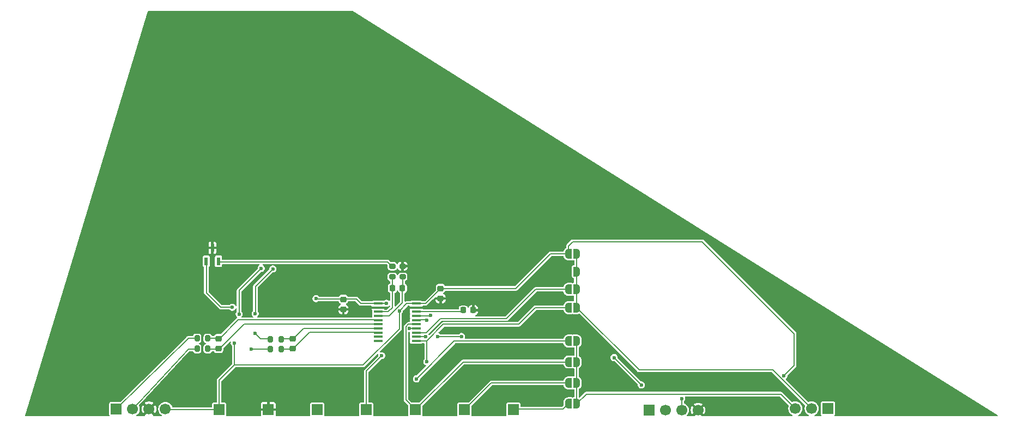
<source format=gbr>
%TF.GenerationSoftware,KiCad,Pcbnew,9.0.2*%
%TF.CreationDate,2025-09-07T15:39:00-04:00*%
%TF.ProjectId,SGTC_Center,53475443-5f43-4656-9e74-65722e6b6963,rev?*%
%TF.SameCoordinates,Original*%
%TF.FileFunction,Copper,L1,Top*%
%TF.FilePolarity,Positive*%
%FSLAX46Y46*%
G04 Gerber Fmt 4.6, Leading zero omitted, Abs format (unit mm)*
G04 Created by KiCad (PCBNEW 9.0.2) date 2025-09-07 15:39:00*
%MOMM*%
%LPD*%
G01*
G04 APERTURE LIST*
G04 Aperture macros list*
%AMRoundRect*
0 Rectangle with rounded corners*
0 $1 Rounding radius*
0 $2 $3 $4 $5 $6 $7 $8 $9 X,Y pos of 4 corners*
0 Add a 4 corners polygon primitive as box body*
4,1,4,$2,$3,$4,$5,$6,$7,$8,$9,$2,$3,0*
0 Add four circle primitives for the rounded corners*
1,1,$1+$1,$2,$3*
1,1,$1+$1,$4,$5*
1,1,$1+$1,$6,$7*
1,1,$1+$1,$8,$9*
0 Add four rect primitives between the rounded corners*
20,1,$1+$1,$2,$3,$4,$5,0*
20,1,$1+$1,$4,$5,$6,$7,0*
20,1,$1+$1,$6,$7,$8,$9,0*
20,1,$1+$1,$8,$9,$2,$3,0*%
%AMFreePoly0*
4,1,23,0.500000,-0.750000,0.000000,-0.750000,0.000000,-0.745722,-0.065263,-0.745722,-0.191342,-0.711940,-0.304381,-0.646677,-0.396677,-0.554381,-0.461940,-0.441342,-0.495722,-0.315263,-0.495722,-0.250000,-0.500000,-0.250000,-0.500000,0.250000,-0.495722,0.250000,-0.495722,0.315263,-0.461940,0.441342,-0.396677,0.554381,-0.304381,0.646677,-0.191342,0.711940,-0.065263,0.745722,0.000000,0.745722,
0.000000,0.750000,0.500000,0.750000,0.500000,-0.750000,0.500000,-0.750000,$1*%
%AMFreePoly1*
4,1,23,0.000000,0.745722,0.065263,0.745722,0.191342,0.711940,0.304381,0.646677,0.396677,0.554381,0.461940,0.441342,0.495722,0.315263,0.495722,0.250000,0.500000,0.250000,0.500000,-0.250000,0.495722,-0.250000,0.495722,-0.315263,0.461940,-0.441342,0.396677,-0.554381,0.304381,-0.646677,0.191342,-0.711940,0.065263,-0.745722,0.000000,-0.745722,0.000000,-0.750000,-0.500000,-0.750000,
-0.500000,0.750000,0.000000,0.750000,0.000000,0.745722,0.000000,0.745722,$1*%
G04 Aperture macros list end*
%TA.AperFunction,Conductor*%
%ADD10C,0.200000*%
%TD*%
%TA.AperFunction,ComponentPad*%
%ADD11C,1.700000*%
%TD*%
%TA.AperFunction,ComponentPad*%
%ADD12R,1.700000X1.700000*%
%TD*%
%TA.AperFunction,SMDPad,CuDef*%
%ADD13FreePoly0,180.000000*%
%TD*%
%TA.AperFunction,SMDPad,CuDef*%
%ADD14FreePoly1,180.000000*%
%TD*%
%TA.AperFunction,SMDPad,CuDef*%
%ADD15RoundRect,0.225000X-0.250000X0.225000X-0.250000X-0.225000X0.250000X-0.225000X0.250000X0.225000X0*%
%TD*%
%TA.AperFunction,SMDPad,CuDef*%
%ADD16RoundRect,0.200000X0.200000X0.275000X-0.200000X0.275000X-0.200000X-0.275000X0.200000X-0.275000X0*%
%TD*%
%TA.AperFunction,SMDPad,CuDef*%
%ADD17RoundRect,0.225000X-0.225000X-0.250000X0.225000X-0.250000X0.225000X0.250000X-0.225000X0.250000X0*%
%TD*%
%TA.AperFunction,SMDPad,CuDef*%
%ADD18R,1.409700X0.355600*%
%TD*%
%TA.AperFunction,SMDPad,CuDef*%
%ADD19RoundRect,0.200000X-0.275000X0.200000X-0.275000X-0.200000X0.275000X-0.200000X0.275000X0.200000X0*%
%TD*%
%TA.AperFunction,SMDPad,CuDef*%
%ADD20R,0.599999X1.300000*%
%TD*%
%TA.AperFunction,SMDPad,CuDef*%
%ADD21RoundRect,0.200000X0.275000X-0.200000X0.275000X0.200000X-0.275000X0.200000X-0.275000X-0.200000X0*%
%TD*%
%TA.AperFunction,SMDPad,CuDef*%
%ADD22RoundRect,0.200000X-0.200000X-0.275000X0.200000X-0.275000X0.200000X0.275000X-0.200000X0.275000X0*%
%TD*%
%TA.AperFunction,ViaPad*%
%ADD23C,0.600000*%
%TD*%
G04 APERTURE END LIST*
D10*
%TO.N,GAUGE1_IN_P*%
X82125000Y-127500000D02*
X70940000Y-138475000D01*
%TO.N,GAUGE1_IN_N*%
X82150000Y-129150000D02*
X73400000Y-138550000D01*
%TO.N,+3.3V*%
X86920000Y-138550000D02*
X78675000Y-138550000D01*
%TD*%
D11*
%TO.P,J11,4,Pin_4*%
%TO.N,GND*%
X161310000Y-138650000D03*
%TO.P,J11,3,Pin_3*%
%TO.N,+3.3V*%
X158770000Y-138650000D03*
%TO.P,J11,2,Pin_2*%
%TO.N,GAUGE2_IN_P*%
X156230000Y-138650000D03*
D12*
%TO.P,J11,1,Pin_1*%
%TO.N,GAUGE2_IN_N*%
X153690000Y-138650000D03*
%TD*%
%TO.P,J10,1,Pin_1*%
%TO.N,GAUGE1_IN_P*%
X70940000Y-138475000D03*
D11*
%TO.P,J10,2,Pin_2*%
%TO.N,GAUGE1_IN_N*%
X73480000Y-138475000D03*
%TO.P,J10,3,Pin_3*%
%TO.N,GND*%
X76020000Y-138475000D03*
%TO.P,J10,4,Pin_4*%
%TO.N,+3.3V*%
X78560000Y-138475000D03*
%TD*%
D13*
%TO.P,JP4,1,A*%
%TO.N,Net-(J3-Pin_3)*%
X142460000Y-127900000D03*
D14*
%TO.P,JP4,2,B*%
%TO.N,SPICLK*%
X141160000Y-127900000D03*
%TD*%
D15*
%TO.P,C1,1*%
%TO.N,Net-(U1-AIN2P)*%
X98310000Y-127525000D03*
%TO.P,C1,2*%
%TO.N,Net-(U1-AIN2N)*%
X98310000Y-129075000D03*
%TD*%
D13*
%TO.P,JP7,1,A*%
%TO.N,Net-(J3-Pin_2)*%
X142460000Y-114350000D03*
D14*
%TO.P,JP7,2,B*%
%TO.N,+3.3V*%
X141160000Y-114350000D03*
%TD*%
D13*
%TO.P,JP5,1,A*%
%TO.N,Net-(J3-Pin_2)*%
X142460000Y-122700000D03*
D14*
%TO.P,JP5,2,B*%
%TO.N,~{SYNC}{slash}~{RST}*%
X141160000Y-122700000D03*
%TD*%
D16*
%TO.P,R4,1*%
%TO.N,Net-(U1-AIN1P)*%
X85135000Y-129100000D03*
%TO.P,R4,2*%
%TO.N,GAUGE1_IN_N*%
X83485000Y-129100000D03*
%TD*%
D15*
%TO.P,C2,1*%
%TO.N,Net-(U1-AIN1N)*%
X86810000Y-127525000D03*
%TO.P,C2,2*%
%TO.N,Net-(U1-AIN1P)*%
X86810000Y-129075000D03*
%TD*%
D12*
%TO.P,J4,1,Pin_1*%
%TO.N,DIN*%
X125020000Y-138550000D03*
%TD*%
D13*
%TO.P,JP8,1,A*%
%TO.N,Net-(J3-Pin_2)*%
X142451217Y-119859443D03*
D14*
%TO.P,JP8,2,B*%
%TO.N,~{DRDY}*%
X141151217Y-119859443D03*
%TD*%
D12*
%TO.P,J8,1,Pin_1*%
%TO.N,GND*%
X94540000Y-138550000D03*
%TD*%
D17*
%TO.P,C4,1*%
%TO.N,Net-(U1-CAP)*%
X124835000Y-123100000D03*
%TO.P,C4,2*%
%TO.N,GND*%
X126385000Y-123100000D03*
%TD*%
D18*
%TO.P,U1,1,AVDD*%
%TO.N,+3.3V*%
X111610000Y-122050002D03*
%TO.P,U1,2,AGND*%
%TO.N,GND*%
X111610000Y-122700003D03*
%TO.P,U1,3,AIN0P*%
%TO.N,Net-(U1-AIN0P)*%
X111610000Y-123350001D03*
%TO.P,U1,4,AIN0N*%
%TO.N,Net-(U1-AIN0N)*%
X111610000Y-124000003D03*
%TO.P,U1,5,AIN1N*%
%TO.N,Net-(U1-AIN1N)*%
X111610000Y-124650001D03*
%TO.P,U1,6,AIN1P*%
%TO.N,Net-(U1-AIN1P)*%
X111610000Y-125300000D03*
%TO.P,U1,7,AIN2P*%
%TO.N,Net-(U1-AIN2P)*%
X111610000Y-125950001D03*
%TO.P,U1,8,AIN2N*%
%TO.N,Net-(U1-AIN2N)*%
X111610000Y-126600000D03*
%TO.P,U1,9,NC*%
%TO.N,unconnected-(U1-NC-Pad9)*%
X111610000Y-127250001D03*
%TO.P,U1,10,NC*%
%TO.N,unconnected-(U1-NC-Pad10)*%
X111610000Y-127900000D03*
%TO.P,U1,11,\u002ASYNC/\u002ARESET*%
%TO.N,~{SYNC}{slash}~{RST}*%
X117515500Y-127900002D03*
%TO.P,U1,12,\u002ACS*%
%TO.N,~{CS}*%
X117515500Y-127250004D03*
%TO.P,U1,13,\u002ADRDY*%
%TO.N,~{DRDY}*%
X117515500Y-126600003D03*
%TO.P,U1,14,SCLK*%
%TO.N,SPICLK*%
X117515500Y-125950004D03*
%TO.P,U1,15,DOUT*%
%TO.N,DOUT*%
X117515500Y-125300003D03*
%TO.P,U1,16,DIN*%
%TO.N,DIN*%
X117515500Y-124650004D03*
%TO.P,U1,17,CLKIN*%
%TO.N,ADCCLK*%
X117515500Y-124000003D03*
%TO.P,U1,18,CAP*%
%TO.N,Net-(U1-CAP)*%
X117515500Y-123350004D03*
%TO.P,U1,19,DGND*%
%TO.N,GND*%
X117515500Y-122700003D03*
%TO.P,U1,20,DVDD*%
%TO.N,+3.3V*%
X117515500Y-122050004D03*
%TD*%
D12*
%TO.P,J9,1,Pin_1*%
%TO.N,+3.3V*%
X86920000Y-138550000D03*
%TD*%
D13*
%TO.P,JP1,1,A*%
%TO.N,Net-(J3-Pin_3)*%
X142460000Y-137650000D03*
D14*
%TO.P,JP1,2,B*%
%TO.N,ADCCLK*%
X141160000Y-137650000D03*
%TD*%
D19*
%TO.P,R5,1*%
%TO.N,TMP_IN_P*%
X113810000Y-116275000D03*
%TO.P,R5,2*%
%TO.N,Net-(U1-AIN0P)*%
X113810000Y-117925000D03*
%TD*%
D20*
%TO.P,U2,1,VDD*%
%TO.N,+3.3V*%
X84909998Y-115500000D03*
%TO.P,U2,2,VOUT*%
%TO.N,TMP_IN_P*%
X86810000Y-115500000D03*
%TO.P,U2,3,GND*%
%TO.N,GND*%
X85859999Y-113400000D03*
%TD*%
D21*
%TO.P,R6,1*%
%TO.N,Net-(U1-AIN0N)*%
X115410000Y-117925000D03*
%TO.P,R6,2*%
%TO.N,GND*%
X115410000Y-116275000D03*
%TD*%
D12*
%TO.P,J3,1,Pin_1*%
%TO.N,~{CS}*%
X181490000Y-138400000D03*
D11*
%TO.P,J3,2,Pin_2*%
%TO.N,Net-(J3-Pin_2)*%
X178950000Y-138400000D03*
%TO.P,J3,3,Pin_3*%
%TO.N,Net-(J3-Pin_3)*%
X176410000Y-138400000D03*
%TD*%
D12*
%TO.P,J7,1,Pin_1*%
%TO.N,~{SYNC}{slash}~{RST}*%
X102160000Y-138550000D03*
%TD*%
D13*
%TO.P,JP3,1,A*%
%TO.N,Net-(J3-Pin_3)*%
X142460000Y-131150000D03*
D14*
%TO.P,JP3,2,B*%
%TO.N,DOUT*%
X141160000Y-131150000D03*
%TD*%
D22*
%TO.P,R3,1*%
%TO.N,GAUGE1_IN_P*%
X83485000Y-127500000D03*
%TO.P,R3,2*%
%TO.N,Net-(U1-AIN1N)*%
X85135000Y-127500000D03*
%TD*%
D15*
%TO.P,C5,1*%
%TO.N,+3.3V*%
X106210000Y-121425000D03*
%TO.P,C5,2*%
%TO.N,GND*%
X106210000Y-122975000D03*
%TD*%
D12*
%TO.P,J5,1,Pin_1*%
%TO.N,DOUT*%
X117400000Y-138550000D03*
%TD*%
D17*
%TO.P,C3,1*%
%TO.N,Net-(U1-AIN0P)*%
X113835000Y-119700000D03*
%TO.P,C3,2*%
%TO.N,Net-(U1-AIN0N)*%
X115385000Y-119700000D03*
%TD*%
D12*
%TO.P,J6,1,Pin_1*%
%TO.N,SPICLK*%
X109780000Y-138550000D03*
%TD*%
D22*
%TO.P,R2,1*%
%TO.N,GAUGE2_IN_P*%
X94885000Y-127600000D03*
%TO.P,R2,2*%
%TO.N,Net-(U1-AIN2P)*%
X96535000Y-127600000D03*
%TD*%
D12*
%TO.P,J2,1,Pin_1*%
%TO.N,ADCCLK*%
X132640000Y-138550000D03*
%TD*%
D16*
%TO.P,R1,1*%
%TO.N,Net-(U1-AIN2N)*%
X96535000Y-129200000D03*
%TO.P,R1,2*%
%TO.N,GAUGE2_IN_N*%
X94885000Y-129200000D03*
%TD*%
D13*
%TO.P,JP6,1,A*%
%TO.N,Net-(J3-Pin_2)*%
X142460000Y-117100000D03*
D14*
%TO.P,JP6,2,B*%
%TO.N,GND*%
X141160000Y-117100000D03*
%TD*%
D15*
%TO.P,C6,1*%
%TO.N,+3.3V*%
X121310000Y-119725000D03*
%TO.P,C6,2*%
%TO.N,GND*%
X121310000Y-121275000D03*
%TD*%
D13*
%TO.P,JP2,1,A*%
%TO.N,Net-(J3-Pin_3)*%
X142460000Y-134400000D03*
D14*
%TO.P,JP2,2,B*%
%TO.N,DIN*%
X141160000Y-134400000D03*
%TD*%
D23*
%TO.N,GAUGE2_IN_N*%
X93425000Y-116600000D03*
%TO.N,GAUGE2_IN_P*%
X152500000Y-134725000D03*
X148250000Y-130475000D03*
X95250000Y-116700000D03*
%TO.N,+3.3V*%
X158775000Y-136825000D03*
X174651409Y-133323591D03*
X89250000Y-128225000D03*
%TO.N,GND*%
X138010000Y-135900000D03*
X128423600Y-137076800D03*
X138560000Y-129900000D03*
X80610000Y-124300000D03*
X180910000Y-136100000D03*
X135310000Y-126400000D03*
X128322000Y-123157600D03*
X157975000Y-135150000D03*
X114610000Y-120900000D03*
X138310000Y-133150000D03*
X112810000Y-122774999D03*
X117810000Y-129800000D03*
X137810000Y-121400000D03*
%TO.N,+3.3V*%
X101960000Y-121300000D03*
X114910000Y-123200000D03*
X88960000Y-122650000D03*
X112920000Y-122030000D03*
%TO.N,GAUGE2_IN_N*%
X91860000Y-129150000D03*
X90010000Y-123700000D03*
%TO.N,GAUGE2_IN_P*%
X92510000Y-123650000D03*
X92510000Y-126700000D03*
%TO.N,DIN*%
X119180000Y-124640000D03*
%TO.N,SPICLK*%
X116465909Y-125931909D03*
X112167600Y-130168000D03*
X117552400Y-133774800D03*
%TO.N,~{SYNC}{slash}~{RST}*%
X119178000Y-131133200D03*
%TO.N,ADCCLK*%
X119710000Y-123950000D03*
%TO.N,~{CS}*%
X124550000Y-127200000D03*
X120860000Y-127210000D03*
X118950000Y-127210000D03*
%TD*%
D10*
%TO.N,GAUGE2_IN_N*%
X89997060Y-120027940D02*
X93425000Y-116600000D01*
X89997060Y-120407836D02*
X89997060Y-120027940D01*
%TO.N,GAUGE2_IN_P*%
X148250000Y-130475000D02*
X152500000Y-134725000D01*
X92510000Y-123650000D02*
X92537060Y-123622940D01*
X92537060Y-123622940D02*
X92537060Y-119412940D01*
X92537060Y-119412940D02*
X95250000Y-116700000D01*
%TO.N,+3.3V*%
X158770000Y-136830000D02*
X158775000Y-136825000D01*
X174651409Y-133323591D02*
X176250000Y-131725000D01*
X158770000Y-138650000D02*
X158770000Y-136830000D01*
X176250000Y-131725000D02*
X176250000Y-126750000D01*
X176250000Y-126750000D02*
X161950000Y-112450000D01*
X161950000Y-112450000D02*
X141850000Y-112450000D01*
X141160000Y-113140000D02*
X141160000Y-114350000D01*
X141850000Y-112450000D02*
X141160000Y-113140000D01*
X88960000Y-122650000D02*
X87159224Y-122650000D01*
X87159224Y-122650000D02*
X84917060Y-120407836D01*
X89256800Y-128231800D02*
X89250000Y-128225000D01*
X89256800Y-131641200D02*
X89256800Y-128231800D01*
%TO.N,GAUGE1_IN_N*%
X82110000Y-129150000D02*
X83410000Y-129150000D01*
%TO.N,Net-(J3-Pin_3)*%
X176410000Y-138400000D02*
X174160000Y-136150000D01*
X174160000Y-136150000D02*
X143960000Y-136150000D01*
X143960000Y-136150000D02*
X142460000Y-137650000D01*
%TO.N,Net-(U1-AIN2N)*%
X98345000Y-129165000D02*
X98360000Y-129150000D01*
X98360000Y-129150000D02*
X100935002Y-126574998D01*
X96585000Y-129165000D02*
X98345000Y-129165000D01*
X100935002Y-126574998D02*
X111557250Y-126574998D01*
%TO.N,Net-(U1-AIN2P)*%
X96585000Y-127550000D02*
X98310000Y-127550000D01*
X100035001Y-125924999D02*
X111557250Y-125924999D01*
X98310000Y-127550000D02*
X98360000Y-127600000D01*
X98360000Y-127600000D02*
X100035001Y-125924999D01*
%TO.N,Net-(U1-AIN1N)*%
X89860001Y-124624999D02*
X111557250Y-124624999D01*
X85060000Y-127500000D02*
X86735000Y-127500000D01*
X86860000Y-127625000D02*
X89860001Y-124624999D01*
X86735000Y-127500000D02*
X86860000Y-127625000D01*
%TO.N,Net-(U1-AIN1P)*%
X90760002Y-125274998D02*
X111557250Y-125274998D01*
X86860000Y-129175000D02*
X90760002Y-125274998D01*
X86835000Y-129150000D02*
X86860000Y-129175000D01*
X85060000Y-129150000D02*
X86835000Y-129150000D01*
%TO.N,Net-(U1-AIN0P)*%
X113810000Y-118000000D02*
X113810000Y-122700000D01*
X113810000Y-122700000D02*
X113185001Y-123324999D01*
X113185001Y-123324999D02*
X111557250Y-123324999D01*
%TO.N,Net-(U1-AIN0N)*%
X115360000Y-119650000D02*
X115360000Y-121950000D01*
X113334999Y-123975001D02*
X111557250Y-123975001D01*
X115410000Y-119600000D02*
X115360000Y-119650000D01*
X115360000Y-121950000D02*
X113334999Y-123975001D01*
X115410000Y-118025000D02*
X115410000Y-119600000D01*
%TO.N,GND*%
X111610000Y-122700003D02*
X112735004Y-122700003D01*
X112735004Y-122700003D02*
X112810000Y-122774999D01*
%TO.N,Net-(U1-CAP)*%
X117462750Y-123325002D02*
X124784998Y-123325002D01*
X124784998Y-123325002D02*
X124860000Y-123250000D01*
%TO.N,+3.3V*%
X106260000Y-121375000D02*
X108235000Y-121375000D01*
X114910000Y-123200000D02*
X114910000Y-125984650D01*
X84917060Y-120407836D02*
X84917060Y-115607062D01*
X132985000Y-119725000D02*
X121310000Y-119725000D01*
X114910000Y-123200000D02*
X116059996Y-122050004D01*
X101960000Y-121300000D02*
X102035000Y-121375000D01*
X117515500Y-122050004D02*
X118984996Y-122050004D01*
X114910000Y-125984650D02*
X109253450Y-131641200D01*
X102035000Y-121375000D02*
X106260000Y-121375000D01*
X138360000Y-114350000D02*
X132985000Y-119725000D01*
X84917060Y-115607062D02*
X84909998Y-115600000D01*
X112915000Y-122025000D02*
X112920000Y-122030000D01*
X111557250Y-122025000D02*
X112915000Y-122025000D01*
X108235000Y-121375000D02*
X108885000Y-122025000D01*
X89256800Y-131641200D02*
X86920000Y-133978000D01*
X141110000Y-114350000D02*
X138360000Y-114350000D01*
X86920000Y-133978000D02*
X86920000Y-138550000D01*
X109253450Y-131641200D02*
X89256800Y-131641200D01*
X118984996Y-122050004D02*
X121310000Y-119725000D01*
X108885000Y-122025000D02*
X111557250Y-122025000D01*
X116059996Y-122050004D02*
X117515500Y-122050004D01*
%TO.N,GAUGE1_IN_P*%
X82060000Y-127500000D02*
X83410000Y-127500000D01*
%TO.N,GAUGE2_IN_N*%
X91875000Y-129165000D02*
X94935000Y-129165000D01*
X91860000Y-129150000D02*
X91875000Y-129165000D01*
X89997060Y-120407836D02*
X89997060Y-123687060D01*
X89997060Y-123687060D02*
X90010000Y-123700000D01*
%TO.N,GAUGE2_IN_P*%
X92510000Y-126700000D02*
X93360000Y-127550000D01*
X93360000Y-127550000D02*
X94935000Y-127550000D01*
%TO.N,DIN*%
X117462750Y-124625002D02*
X119165002Y-124625002D01*
X129170000Y-134400000D02*
X125020000Y-138550000D01*
X141160000Y-134400000D02*
X129170000Y-134400000D01*
X119165002Y-124625002D02*
X119180000Y-124640000D01*
%TO.N,SPICLK*%
X141160000Y-127900000D02*
X123427200Y-127900000D01*
X109780000Y-132555600D02*
X109780000Y-138550000D01*
X112167600Y-130168000D02*
X109780000Y-132555600D01*
X116484004Y-125950004D02*
X116465909Y-125931909D01*
X117515500Y-125950004D02*
X116484004Y-125950004D01*
X123427200Y-127900000D02*
X117552400Y-133774800D01*
%TO.N,~{SYNC}{slash}~{RST}*%
X119135000Y-127875000D02*
X121710000Y-125300000D01*
X133430768Y-125300000D02*
X136030768Y-122700000D01*
X136030768Y-122700000D02*
X141160000Y-122700000D01*
X119135000Y-131090200D02*
X119178000Y-131133200D01*
X121710000Y-125300000D02*
X133430768Y-125300000D01*
X119135000Y-127875000D02*
X119135000Y-131090200D01*
X117462750Y-127875000D02*
X119135000Y-127875000D01*
%TO.N,ADCCLK*%
X119684999Y-123975001D02*
X119710000Y-123950000D01*
X141160000Y-137650000D02*
X140310000Y-138500000D01*
X140310000Y-138500000D02*
X132650000Y-138500000D01*
X117462750Y-123975001D02*
X119684999Y-123975001D01*
%TO.N,DOUT*%
X116318583Y-125300003D02*
X115914909Y-125703677D01*
X124800000Y-131150000D02*
X117400000Y-138550000D01*
X117515500Y-125300003D02*
X116318583Y-125300003D01*
X115914909Y-137064909D02*
X117400000Y-138550000D01*
X141160000Y-131150000D02*
X124800000Y-131150000D01*
X115914909Y-125703677D02*
X115914909Y-137064909D01*
%TO.N,~{CS}*%
X120860000Y-127210000D02*
X124540000Y-127210000D01*
X118934998Y-127225002D02*
X118950000Y-127210000D01*
X117462750Y-127225002D02*
X118934998Y-127225002D01*
X124540000Y-127210000D02*
X124550000Y-127200000D01*
%TO.N,Net-(J3-Pin_2)*%
X142460000Y-114550000D02*
X142460000Y-117200000D01*
X142460000Y-117200000D02*
X142410000Y-117250000D01*
X152160000Y-132400000D02*
X142460000Y-122700000D01*
X142410000Y-120000000D02*
X142410000Y-122840000D01*
X172950000Y-132400000D02*
X152160000Y-132400000D01*
X142410000Y-117250000D02*
X142410000Y-120000000D01*
X178950000Y-138400000D02*
X172950000Y-132400000D01*
%TO.N,Net-(J3-Pin_3)*%
X142460000Y-134400000D02*
X142460000Y-131150000D01*
X142460000Y-131150000D02*
X142460000Y-127900000D01*
X142460000Y-137650000D02*
X142460000Y-134400000D01*
%TO.N,~{DRDY}*%
X136100557Y-119859443D02*
X141151217Y-119859443D01*
X121310000Y-124400000D02*
X131560000Y-124400000D01*
X117515500Y-126600003D02*
X119109997Y-126600003D01*
X131560000Y-124400000D02*
X136100557Y-119859443D01*
X119109997Y-126600003D02*
X121310000Y-124400000D01*
%TO.N,TMP_IN_P*%
X113060000Y-115600000D02*
X113810000Y-116350000D01*
X86810000Y-115600000D02*
X113060000Y-115600000D01*
%TD*%
%TA.AperFunction,Conductor*%
%TO.N,GND*%
G36*
X107631175Y-76600038D02*
G01*
X184813663Y-124973386D01*
X207779392Y-139366926D01*
X207834618Y-139401538D01*
X207873884Y-139448461D01*
X207878070Y-139509503D01*
X207845577Y-139561348D01*
X207788816Y-139584192D01*
X207782043Y-139584424D01*
X182603036Y-139584424D01*
X182544845Y-139565517D01*
X182508881Y-139516017D01*
X182508881Y-139454831D01*
X182520720Y-139430423D01*
X182530744Y-139415420D01*
X182575966Y-139347740D01*
X182590500Y-139274674D01*
X182590500Y-137525326D01*
X182575966Y-137452260D01*
X182542991Y-137402909D01*
X182520602Y-137369400D01*
X182520599Y-137369397D01*
X182437742Y-137314035D01*
X182437740Y-137314034D01*
X182437737Y-137314033D01*
X182437736Y-137314033D01*
X182364684Y-137299501D01*
X182364674Y-137299500D01*
X180615326Y-137299500D01*
X180615325Y-137299500D01*
X180615315Y-137299501D01*
X180542263Y-137314033D01*
X180542257Y-137314035D01*
X180459400Y-137369397D01*
X180459397Y-137369400D01*
X180404035Y-137452257D01*
X180404033Y-137452263D01*
X180389501Y-137525315D01*
X180389500Y-137525327D01*
X180389500Y-139274672D01*
X180389501Y-139274684D01*
X180404033Y-139347736D01*
X180404035Y-139347742D01*
X180459280Y-139430423D01*
X180475888Y-139489311D01*
X180454710Y-139546715D01*
X180403836Y-139580707D01*
X180376964Y-139584424D01*
X179461861Y-139584424D01*
X179403670Y-139565517D01*
X179367706Y-139516017D01*
X179367706Y-139454831D01*
X179403670Y-139405331D01*
X179416916Y-139397214D01*
X179476360Y-139366926D01*
X179526788Y-139341232D01*
X179666928Y-139239414D01*
X179789414Y-139116928D01*
X179891232Y-138976788D01*
X179969873Y-138822445D01*
X179969874Y-138822440D01*
X179969876Y-138822438D01*
X180023401Y-138657706D01*
X180023402Y-138657702D01*
X180050500Y-138486614D01*
X180050500Y-138313385D01*
X180023402Y-138142297D01*
X180023401Y-138142293D01*
X179969876Y-137977561D01*
X179969874Y-137977558D01*
X179969873Y-137977557D01*
X179969873Y-137977555D01*
X179891232Y-137823212D01*
X179789414Y-137683072D01*
X179666928Y-137560586D01*
X179526788Y-137458768D01*
X179526787Y-137458767D01*
X179526785Y-137458766D01*
X179372441Y-137380125D01*
X179372438Y-137380123D01*
X179207706Y-137326598D01*
X179207702Y-137326597D01*
X179036614Y-137299500D01*
X179036611Y-137299500D01*
X178863389Y-137299500D01*
X178863386Y-137299500D01*
X178692297Y-137326597D01*
X178692293Y-137326598D01*
X178527561Y-137380123D01*
X178527552Y-137380127D01*
X178524239Y-137381816D01*
X178463807Y-137391387D01*
X178409291Y-137363610D01*
X174966765Y-133921083D01*
X174938988Y-133866566D01*
X174948559Y-133806134D01*
X174984468Y-133768297D01*
X174984278Y-133768049D01*
X174985849Y-133766843D01*
X174987276Y-133765340D01*
X174989424Y-133764100D01*
X175091918Y-133661606D01*
X175164393Y-133536076D01*
X175201909Y-133396066D01*
X175201909Y-133309780D01*
X175220816Y-133251589D01*
X175230899Y-133239782D01*
X176530470Y-131940212D01*
X176576614Y-131860288D01*
X176583455Y-131834758D01*
X176583456Y-131834756D01*
X176589694Y-131811472D01*
X176600500Y-131771144D01*
X176600500Y-126703856D01*
X176576614Y-126614712D01*
X176530470Y-126534788D01*
X162165212Y-112169530D01*
X162085288Y-112123386D01*
X161996144Y-112099500D01*
X141803856Y-112099500D01*
X141714712Y-112123386D01*
X141714711Y-112123386D01*
X141714709Y-112123387D01*
X141634790Y-112169529D01*
X140879530Y-112924788D01*
X140833386Y-113004712D01*
X140809500Y-113093857D01*
X140809500Y-113372827D01*
X140790593Y-113431018D01*
X140760001Y-113458563D01*
X140725242Y-113478631D01*
X140672333Y-113519229D01*
X140579229Y-113612333D01*
X140538633Y-113665239D01*
X140472801Y-113779264D01*
X140447282Y-113840873D01*
X140424439Y-113926124D01*
X140391114Y-113977438D01*
X140333993Y-113999364D01*
X140328812Y-113999500D01*
X138313856Y-113999500D01*
X138224712Y-114023386D01*
X138144788Y-114069530D01*
X132868814Y-119345504D01*
X132814297Y-119373281D01*
X132798810Y-119374500D01*
X122089426Y-119374500D01*
X122031235Y-119355593D01*
X121996668Y-119310097D01*
X121981628Y-119269774D01*
X121944199Y-119219775D01*
X121899687Y-119160313D01*
X121832897Y-119110315D01*
X121790228Y-119078373D01*
X121790226Y-119078372D01*
X121662114Y-119030588D01*
X121662113Y-119030587D01*
X121623895Y-119026479D01*
X121605485Y-119024500D01*
X121605481Y-119024500D01*
X121014521Y-119024500D01*
X121014515Y-119024501D01*
X120957888Y-119030587D01*
X120957886Y-119030588D01*
X120829774Y-119078372D01*
X120829773Y-119078372D01*
X120829772Y-119078373D01*
X120720315Y-119160311D01*
X120720311Y-119160315D01*
X120638373Y-119269771D01*
X120590587Y-119397887D01*
X120584500Y-119454518D01*
X120584500Y-119913809D01*
X120565593Y-119972000D01*
X120555504Y-119983813D01*
X118868810Y-121670508D01*
X118814293Y-121698285D01*
X118798806Y-121699504D01*
X118442807Y-121699504D01*
X118387806Y-121682820D01*
X118318092Y-121636239D01*
X118318090Y-121636238D01*
X118318087Y-121636237D01*
X118318086Y-121636237D01*
X118245034Y-121621705D01*
X118245024Y-121621704D01*
X116785976Y-121621704D01*
X116785975Y-121621704D01*
X116785965Y-121621705D01*
X116712913Y-121636237D01*
X116712907Y-121636239D01*
X116643194Y-121682820D01*
X116588193Y-121699504D01*
X116013852Y-121699504D01*
X115924708Y-121723390D01*
X115858998Y-121761327D01*
X115799151Y-121774048D01*
X115743256Y-121749161D01*
X115712663Y-121696173D01*
X115710500Y-121675590D01*
X115710500Y-120488750D01*
X115729407Y-120430559D01*
X115774901Y-120395993D01*
X115840226Y-120371628D01*
X115949687Y-120289687D01*
X116031628Y-120180226D01*
X116079412Y-120052114D01*
X116085500Y-119995485D01*
X116085499Y-119404516D01*
X116079412Y-119347886D01*
X116031628Y-119219774D01*
X115949687Y-119110313D01*
X115907019Y-119078372D01*
X115840228Y-119028373D01*
X115840226Y-119028372D01*
X115824899Y-119022655D01*
X115776986Y-118984602D01*
X115760500Y-118929898D01*
X115760500Y-118646109D01*
X115779407Y-118587918D01*
X115826802Y-118552665D01*
X115838452Y-118548588D01*
X115897882Y-118527793D01*
X116007150Y-118447150D01*
X116087793Y-118337882D01*
X116132646Y-118209699D01*
X116135499Y-118179273D01*
X116135500Y-118179273D01*
X116135500Y-117670727D01*
X116135499Y-117670725D01*
X116134549Y-117660594D01*
X116132646Y-117640301D01*
X116087793Y-117512118D01*
X116065530Y-117481953D01*
X116007154Y-117402855D01*
X116007152Y-117402853D01*
X116007150Y-117402850D01*
X116007146Y-117402847D01*
X116007144Y-117402845D01*
X115897883Y-117322207D01*
X115769703Y-117277355D01*
X115769694Y-117277353D01*
X115739274Y-117274500D01*
X115739266Y-117274500D01*
X115080734Y-117274500D01*
X115080725Y-117274500D01*
X115050305Y-117277353D01*
X115050296Y-117277355D01*
X114922116Y-117322207D01*
X114812855Y-117402845D01*
X114812845Y-117402855D01*
X114732207Y-117512116D01*
X114703444Y-117594317D01*
X114666379Y-117642997D01*
X114607778Y-117660594D01*
X114550027Y-117640386D01*
X114516556Y-117594317D01*
X114487792Y-117512116D01*
X114407154Y-117402855D01*
X114407152Y-117402853D01*
X114407150Y-117402850D01*
X114407146Y-117402847D01*
X114407144Y-117402845D01*
X114297883Y-117322207D01*
X114169703Y-117277355D01*
X114169694Y-117277353D01*
X114139274Y-117274500D01*
X114139266Y-117274500D01*
X113480734Y-117274500D01*
X113480725Y-117274500D01*
X113450305Y-117277353D01*
X113450296Y-117277355D01*
X113322116Y-117322207D01*
X113212855Y-117402845D01*
X113212845Y-117402855D01*
X113132207Y-117512116D01*
X113087355Y-117640296D01*
X113087353Y-117640305D01*
X113084500Y-117670725D01*
X113084500Y-118179274D01*
X113087353Y-118209694D01*
X113087355Y-118209703D01*
X113132207Y-118337883D01*
X113212845Y-118447144D01*
X113212847Y-118447146D01*
X113212850Y-118447150D01*
X113212853Y-118447152D01*
X113212855Y-118447154D01*
X113322116Y-118527792D01*
X113322117Y-118527792D01*
X113322118Y-118527793D01*
X113372013Y-118545252D01*
X113393198Y-118552665D01*
X113441878Y-118589730D01*
X113459500Y-118646109D01*
X113459500Y-118929898D01*
X113440593Y-118988089D01*
X113395101Y-119022655D01*
X113379774Y-119028372D01*
X113379771Y-119028373D01*
X113270315Y-119110311D01*
X113270311Y-119110315D01*
X113188373Y-119219771D01*
X113140587Y-119347887D01*
X113134500Y-119404518D01*
X113134500Y-119995478D01*
X113134501Y-119995484D01*
X113140587Y-120052111D01*
X113140587Y-120052112D01*
X113140588Y-120052114D01*
X113188372Y-120180226D01*
X113270313Y-120289687D01*
X113379774Y-120371628D01*
X113395095Y-120377342D01*
X113443010Y-120415392D01*
X113459500Y-120470101D01*
X113459500Y-121551969D01*
X113440593Y-121610160D01*
X113391093Y-121646124D01*
X113329907Y-121646124D01*
X113290498Y-121621974D01*
X113258015Y-121589491D01*
X113258012Y-121589489D01*
X113258010Y-121589487D01*
X113132488Y-121517017D01*
X113132489Y-121517017D01*
X113102896Y-121509087D01*
X112992475Y-121479500D01*
X112847525Y-121479500D01*
X112785790Y-121496041D01*
X112707510Y-121517017D01*
X112581989Y-121589487D01*
X112581983Y-121589492D01*
X112543563Y-121627912D01*
X112489046Y-121655689D01*
X112428614Y-121646117D01*
X112418560Y-121640224D01*
X112412595Y-121636238D01*
X112412590Y-121636236D01*
X112412587Y-121636235D01*
X112412586Y-121636235D01*
X112339534Y-121621703D01*
X112339524Y-121621702D01*
X110880476Y-121621702D01*
X110880475Y-121621702D01*
X110880465Y-121621703D01*
X110807413Y-121636235D01*
X110807407Y-121636237D01*
X110775113Y-121657816D01*
X110720112Y-121674500D01*
X109071190Y-121674500D01*
X109012999Y-121655593D01*
X109001186Y-121645504D01*
X108728156Y-121372474D01*
X108450212Y-121094530D01*
X108370288Y-121048386D01*
X108281144Y-121024500D01*
X108281142Y-121024500D01*
X106970250Y-121024500D01*
X106912059Y-121005593D01*
X106883359Y-120972945D01*
X106881626Y-120969771D01*
X106812546Y-120877491D01*
X106799687Y-120860313D01*
X106748722Y-120822161D01*
X106690228Y-120778373D01*
X106690226Y-120778372D01*
X106562114Y-120730588D01*
X106562113Y-120730587D01*
X106523895Y-120726479D01*
X106505485Y-120724500D01*
X106505481Y-120724500D01*
X105914521Y-120724500D01*
X105914515Y-120724501D01*
X105857888Y-120730587D01*
X105857886Y-120730588D01*
X105729774Y-120778372D01*
X105729773Y-120778372D01*
X105729772Y-120778373D01*
X105620315Y-120860311D01*
X105620311Y-120860315D01*
X105538373Y-120969771D01*
X105536641Y-120972945D01*
X105534447Y-120975017D01*
X105534129Y-120975442D01*
X105534055Y-120975386D01*
X105492159Y-121014957D01*
X105449750Y-121024500D01*
X102493760Y-121024500D01*
X102435569Y-121005593D01*
X102408025Y-120975002D01*
X102400510Y-120961987D01*
X102400509Y-120961985D01*
X102298015Y-120859491D01*
X102298012Y-120859489D01*
X102298010Y-120859487D01*
X102172488Y-120787017D01*
X102172489Y-120787017D01*
X102126428Y-120774675D01*
X102032475Y-120749500D01*
X101887525Y-120749500D01*
X101825790Y-120766041D01*
X101747510Y-120787017D01*
X101621989Y-120859487D01*
X101519487Y-120961989D01*
X101447017Y-121087510D01*
X101409500Y-121227525D01*
X101409500Y-121372474D01*
X101447017Y-121512489D01*
X101519487Y-121638010D01*
X101519489Y-121638012D01*
X101519491Y-121638015D01*
X101621985Y-121740509D01*
X101621987Y-121740510D01*
X101621989Y-121740512D01*
X101747511Y-121812982D01*
X101747512Y-121812982D01*
X101747515Y-121812984D01*
X101887525Y-121850500D01*
X101887526Y-121850500D01*
X102032474Y-121850500D01*
X102032475Y-121850500D01*
X102172485Y-121812984D01*
X102172487Y-121812982D01*
X102172489Y-121812982D01*
X102301039Y-121738764D01*
X102350539Y-121725500D01*
X105411925Y-121725500D01*
X105470116Y-121744407D01*
X105504681Y-121789900D01*
X105538372Y-121880226D01*
X105538373Y-121880228D01*
X105565505Y-121916472D01*
X105620313Y-121989687D01*
X105729774Y-122071628D01*
X105754901Y-122081000D01*
X105802815Y-122119050D01*
X105819212Y-122177997D01*
X105797830Y-122235325D01*
X105756623Y-122265854D01*
X105700273Y-122288076D01*
X105700271Y-122288077D01*
X105585282Y-122375276D01*
X105585276Y-122375282D01*
X105498077Y-122490270D01*
X105445132Y-122624531D01*
X105435000Y-122708895D01*
X105435000Y-122774999D01*
X105435001Y-122775000D01*
X106984999Y-122775000D01*
X106985000Y-122774999D01*
X106985000Y-122708899D01*
X106984999Y-122708895D01*
X106974867Y-122624531D01*
X106921922Y-122490270D01*
X106834723Y-122375282D01*
X106834717Y-122375276D01*
X106719728Y-122288077D01*
X106719724Y-122288074D01*
X106663377Y-122265854D01*
X106616180Y-122226917D01*
X106600883Y-122167675D01*
X106623329Y-122110756D01*
X106665098Y-122081000D01*
X106690226Y-122071628D01*
X106799687Y-121989687D01*
X106881628Y-121880226D01*
X106915318Y-121789900D01*
X106953368Y-121741988D01*
X107008075Y-121725500D01*
X108048810Y-121725500D01*
X108107001Y-121744407D01*
X108118814Y-121754496D01*
X108669788Y-122305470D01*
X108669790Y-122305471D01*
X108746053Y-122349502D01*
X108746054Y-122349502D01*
X108749712Y-122351614D01*
X108838856Y-122375500D01*
X110506153Y-122375500D01*
X110564344Y-122394407D01*
X110600308Y-122443907D01*
X110604242Y-122474551D01*
X110605150Y-122474551D01*
X110605150Y-122522202D01*
X110605151Y-122522203D01*
X112644994Y-122522203D01*
X112694495Y-122535467D01*
X112707515Y-122542984D01*
X112847525Y-122580500D01*
X112847526Y-122580500D01*
X112992474Y-122580500D01*
X112992475Y-122580500D01*
X113132485Y-122542984D01*
X113132487Y-122542982D01*
X113132489Y-122542982D01*
X113258010Y-122470512D01*
X113258010Y-122470511D01*
X113258015Y-122470509D01*
X113290498Y-122438025D01*
X113311151Y-122427502D01*
X113329907Y-122413876D01*
X113337896Y-122413876D01*
X113345013Y-122410250D01*
X113367908Y-122413876D01*
X113391093Y-122413876D01*
X113397555Y-122418571D01*
X113405445Y-122419821D01*
X113421836Y-122436212D01*
X113440593Y-122449840D01*
X113443061Y-122457437D01*
X113448710Y-122463086D01*
X113459500Y-122508031D01*
X113459500Y-122513810D01*
X113440593Y-122572001D01*
X113430504Y-122583814D01*
X113068815Y-122945503D01*
X113014298Y-122973280D01*
X112998811Y-122974499D01*
X112713850Y-122974499D01*
X112655659Y-122955592D01*
X112619695Y-122906092D01*
X112615283Y-122878237D01*
X112614849Y-122877803D01*
X110605152Y-122877803D01*
X110605151Y-122877804D01*
X110605151Y-122922594D01*
X110608059Y-122947677D01*
X110654949Y-123053873D01*
X110661482Y-123113173D01*
X110654650Y-123147519D01*
X110654650Y-123552473D01*
X110654651Y-123552485D01*
X110667734Y-123618251D01*
X110669184Y-123625541D01*
X110669185Y-123625543D01*
X110672916Y-123634550D01*
X110669936Y-123635783D01*
X110682089Y-123678912D01*
X110670536Y-123714468D01*
X110672916Y-123715454D01*
X110669183Y-123724466D01*
X110654651Y-123797518D01*
X110654650Y-123797530D01*
X110654650Y-124175499D01*
X110635743Y-124233690D01*
X110586243Y-124269654D01*
X110555650Y-124274499D01*
X92898808Y-124274499D01*
X92840617Y-124255592D01*
X92804653Y-124206092D01*
X92804653Y-124144906D01*
X92840617Y-124095406D01*
X92847221Y-124091117D01*
X92848009Y-124090512D01*
X92848015Y-124090509D01*
X92950509Y-123988015D01*
X92950512Y-123988010D01*
X93022982Y-123862489D01*
X93022982Y-123862487D01*
X93022984Y-123862485D01*
X93060500Y-123722475D01*
X93060500Y-123577525D01*
X93022984Y-123437515D01*
X93022982Y-123437512D01*
X93022982Y-123437510D01*
X92950512Y-123311989D01*
X92950507Y-123311983D01*
X92916556Y-123278031D01*
X92912930Y-123270914D01*
X92906467Y-123266219D01*
X92899302Y-123244167D01*
X92888779Y-123223514D01*
X92887560Y-123208028D01*
X92887560Y-123175001D01*
X105435000Y-123175001D01*
X105435000Y-123241104D01*
X105445132Y-123325468D01*
X105498077Y-123459729D01*
X105585276Y-123574717D01*
X105585282Y-123574723D01*
X105700270Y-123661922D01*
X105834531Y-123714867D01*
X105918895Y-123724999D01*
X105918900Y-123725000D01*
X106009999Y-123725000D01*
X106010000Y-123724999D01*
X106010000Y-123175001D01*
X106410000Y-123175001D01*
X106410000Y-123724999D01*
X106410001Y-123725000D01*
X106501100Y-123725000D01*
X106501104Y-123724999D01*
X106585468Y-123714867D01*
X106719729Y-123661922D01*
X106834717Y-123574723D01*
X106834723Y-123574717D01*
X106921922Y-123459729D01*
X106974867Y-123325468D01*
X106984999Y-123241104D01*
X106985000Y-123241100D01*
X106985000Y-123175001D01*
X106984999Y-123175000D01*
X106410001Y-123175000D01*
X106410000Y-123175001D01*
X106010000Y-123175001D01*
X106009999Y-123175000D01*
X105435001Y-123175000D01*
X105435000Y-123175001D01*
X92887560Y-123175001D01*
X92887560Y-119599130D01*
X92906467Y-119540939D01*
X92916556Y-119529126D01*
X95166186Y-117279496D01*
X95220703Y-117251719D01*
X95236190Y-117250500D01*
X95322474Y-117250500D01*
X95322475Y-117250500D01*
X95462485Y-117212984D01*
X95462487Y-117212982D01*
X95462489Y-117212982D01*
X95588010Y-117140512D01*
X95588010Y-117140511D01*
X95588015Y-117140509D01*
X95690509Y-117038015D01*
X95726891Y-116975000D01*
X95762982Y-116912489D01*
X95762982Y-116912487D01*
X95762984Y-116912485D01*
X95800500Y-116772475D01*
X95800500Y-116627525D01*
X95762984Y-116487515D01*
X95762982Y-116487512D01*
X95762982Y-116487510D01*
X95690512Y-116361989D01*
X95690510Y-116361987D01*
X95690509Y-116361985D01*
X95588015Y-116259491D01*
X95588012Y-116259489D01*
X95588010Y-116259487D01*
X95462488Y-116187017D01*
X95462489Y-116187017D01*
X95416462Y-116174684D01*
X95322475Y-116149500D01*
X95177525Y-116149500D01*
X95140246Y-116159489D01*
X95037510Y-116187017D01*
X94911989Y-116259487D01*
X94809487Y-116361989D01*
X94737017Y-116487510D01*
X94699500Y-116627525D01*
X94699500Y-116713810D01*
X94680593Y-116772001D01*
X94670504Y-116783814D01*
X92256590Y-119197728D01*
X92243862Y-119219774D01*
X92229128Y-119245293D01*
X92210447Y-119277649D01*
X92210446Y-119277651D01*
X92210446Y-119277652D01*
X92191627Y-119347888D01*
X92186560Y-119366797D01*
X92186560Y-123153909D01*
X92167653Y-123212100D01*
X92157569Y-123223906D01*
X92110741Y-123270735D01*
X92069488Y-123311988D01*
X92069487Y-123311989D01*
X91997017Y-123437510D01*
X91960252Y-123574717D01*
X91959500Y-123577525D01*
X91959500Y-123722475D01*
X91987105Y-123825498D01*
X91997017Y-123862489D01*
X92069487Y-123988010D01*
X92069489Y-123988012D01*
X92069491Y-123988015D01*
X92171985Y-124090509D01*
X92171987Y-124090510D01*
X92171988Y-124090511D01*
X92177134Y-124094460D01*
X92176115Y-124095787D01*
X92211632Y-124135229D01*
X92218029Y-124196079D01*
X92187438Y-124249068D01*
X92131544Y-124273956D01*
X92121192Y-124274499D01*
X90453032Y-124274499D01*
X90394841Y-124255592D01*
X90358877Y-124206092D01*
X90358877Y-124144906D01*
X90383026Y-124105497D01*
X90450509Y-124038015D01*
X90479377Y-123988015D01*
X90522982Y-123912489D01*
X90522982Y-123912487D01*
X90522984Y-123912485D01*
X90560500Y-123772475D01*
X90560500Y-123627525D01*
X90522984Y-123487515D01*
X90522982Y-123487512D01*
X90522982Y-123487510D01*
X90450512Y-123361989D01*
X90450510Y-123361987D01*
X90450509Y-123361985D01*
X90376554Y-123288030D01*
X90348779Y-123233516D01*
X90347560Y-123218029D01*
X90347560Y-120214129D01*
X90366467Y-120155938D01*
X90376556Y-120144125D01*
X93341185Y-117179496D01*
X93395702Y-117151719D01*
X93411189Y-117150500D01*
X93497474Y-117150500D01*
X93497475Y-117150500D01*
X93637485Y-117112984D01*
X93637487Y-117112982D01*
X93637489Y-117112982D01*
X93763010Y-117040512D01*
X93763010Y-117040511D01*
X93763015Y-117040509D01*
X93865509Y-116938015D01*
X93874382Y-116922646D01*
X93937982Y-116812489D01*
X93937982Y-116812487D01*
X93937984Y-116812485D01*
X93975500Y-116672475D01*
X93975500Y-116527525D01*
X93937984Y-116387515D01*
X93937982Y-116387512D01*
X93937982Y-116387510D01*
X93865512Y-116261989D01*
X93865510Y-116261987D01*
X93865509Y-116261985D01*
X93763015Y-116159491D01*
X93763012Y-116159489D01*
X93721005Y-116135236D01*
X93680065Y-116089766D01*
X93673670Y-116028916D01*
X93704263Y-115975928D01*
X93760158Y-115951042D01*
X93770506Y-115950500D01*
X112873810Y-115950500D01*
X112932001Y-115969407D01*
X112943814Y-115979496D01*
X113055504Y-116091186D01*
X113083281Y-116145703D01*
X113084500Y-116161190D01*
X113084500Y-116529274D01*
X113087353Y-116559694D01*
X113087355Y-116559703D01*
X113132207Y-116687883D01*
X113212845Y-116797144D01*
X113212847Y-116797146D01*
X113212850Y-116797150D01*
X113212853Y-116797152D01*
X113212855Y-116797154D01*
X113322116Y-116877792D01*
X113322117Y-116877792D01*
X113322118Y-116877793D01*
X113450301Y-116922646D01*
X113480725Y-116925499D01*
X113480727Y-116925500D01*
X113480734Y-116925500D01*
X114139273Y-116925500D01*
X114139273Y-116925499D01*
X114169699Y-116922646D01*
X114297882Y-116877793D01*
X114407150Y-116797150D01*
X114487793Y-116687882D01*
X114490720Y-116679514D01*
X114527782Y-116630835D01*
X114586381Y-116613235D01*
X114644134Y-116633440D01*
X114676923Y-116677613D01*
X114691647Y-116717090D01*
X114777807Y-116832184D01*
X114777815Y-116832192D01*
X114892909Y-116918352D01*
X114892911Y-116918353D01*
X115027618Y-116968596D01*
X115027629Y-116968598D01*
X115087176Y-116975000D01*
X115209999Y-116975000D01*
X115210000Y-116974999D01*
X115210000Y-116475001D01*
X115610000Y-116475001D01*
X115610000Y-116974999D01*
X115610001Y-116975000D01*
X115732824Y-116975000D01*
X115792370Y-116968598D01*
X115792381Y-116968596D01*
X115927088Y-116918353D01*
X115927090Y-116918352D01*
X116042184Y-116832192D01*
X116042192Y-116832184D01*
X116128352Y-116717090D01*
X116128353Y-116717088D01*
X116178596Y-116582381D01*
X116178598Y-116582370D01*
X116185000Y-116522824D01*
X116185000Y-116475001D01*
X116184999Y-116475000D01*
X115610001Y-116475000D01*
X115610000Y-116475001D01*
X115210000Y-116475001D01*
X115210000Y-115575001D01*
X115610000Y-115575001D01*
X115610000Y-116074999D01*
X115610001Y-116075000D01*
X116184999Y-116075000D01*
X116185000Y-116074999D01*
X116185000Y-116027175D01*
X116178598Y-115967629D01*
X116178596Y-115967618D01*
X116128353Y-115832911D01*
X116128352Y-115832909D01*
X116042192Y-115717815D01*
X116042184Y-115717807D01*
X115927090Y-115631647D01*
X115927088Y-115631646D01*
X115792381Y-115581403D01*
X115792370Y-115581401D01*
X115732824Y-115575000D01*
X115610001Y-115575000D01*
X115610000Y-115575001D01*
X115210000Y-115575001D01*
X115209999Y-115575000D01*
X115087176Y-115575000D01*
X115027629Y-115581401D01*
X115027618Y-115581403D01*
X114892911Y-115631646D01*
X114892909Y-115631647D01*
X114777815Y-115717807D01*
X114777807Y-115717815D01*
X114691647Y-115832909D01*
X114676923Y-115872386D01*
X114638872Y-115920301D01*
X114579925Y-115936698D01*
X114522597Y-115915316D01*
X114490720Y-115870484D01*
X114487792Y-115862116D01*
X114407154Y-115752855D01*
X114407152Y-115752853D01*
X114407150Y-115752850D01*
X114407146Y-115752847D01*
X114407144Y-115752845D01*
X114297883Y-115672207D01*
X114169703Y-115627355D01*
X114169694Y-115627353D01*
X114139274Y-115624500D01*
X114139266Y-115624500D01*
X113621190Y-115624500D01*
X113562999Y-115605593D01*
X113551187Y-115595504D01*
X113275214Y-115319532D01*
X113275212Y-115319530D01*
X113195288Y-115273386D01*
X113106144Y-115249500D01*
X113106142Y-115249500D01*
X87459500Y-115249500D01*
X87401309Y-115230593D01*
X87365345Y-115181093D01*
X87360500Y-115150500D01*
X87360500Y-114825327D01*
X87360498Y-114825315D01*
X87357015Y-114807808D01*
X87345966Y-114752260D01*
X87290601Y-114669399D01*
X87290599Y-114669397D01*
X87207742Y-114614035D01*
X87207740Y-114614034D01*
X87207737Y-114614033D01*
X87207736Y-114614033D01*
X87134684Y-114599501D01*
X87134674Y-114599500D01*
X86485326Y-114599500D01*
X86485325Y-114599500D01*
X86485315Y-114599501D01*
X86412263Y-114614033D01*
X86412257Y-114614035D01*
X86329400Y-114669397D01*
X86329397Y-114669400D01*
X86274035Y-114752257D01*
X86274033Y-114752263D01*
X86259501Y-114825315D01*
X86259500Y-114825327D01*
X86259500Y-116174672D01*
X86259501Y-116174684D01*
X86274033Y-116247736D01*
X86274035Y-116247742D01*
X86329397Y-116330599D01*
X86329400Y-116330602D01*
X86358432Y-116350000D01*
X86412260Y-116385966D01*
X86453906Y-116394250D01*
X86485315Y-116400498D01*
X86485320Y-116400498D01*
X86485326Y-116400500D01*
X86485327Y-116400500D01*
X87134673Y-116400500D01*
X87134674Y-116400500D01*
X87207740Y-116385966D01*
X87290601Y-116330601D01*
X87345966Y-116247740D01*
X87360500Y-116174674D01*
X87360500Y-116049500D01*
X87379407Y-115991309D01*
X87428907Y-115955345D01*
X87459500Y-115950500D01*
X93079494Y-115950500D01*
X93137685Y-115969407D01*
X93173649Y-116018907D01*
X93173649Y-116080093D01*
X93137685Y-116129593D01*
X93128995Y-116135236D01*
X93086987Y-116159489D01*
X92984487Y-116261989D01*
X92912017Y-116387510D01*
X92874500Y-116527525D01*
X92874500Y-116613810D01*
X92855593Y-116672001D01*
X92845504Y-116683814D01*
X89716588Y-119812730D01*
X89677480Y-119880468D01*
X89677480Y-119880469D01*
X89673963Y-119886560D01*
X89670446Y-119892651D01*
X89646560Y-119981797D01*
X89646560Y-122368683D01*
X89627653Y-122426874D01*
X89578153Y-122462838D01*
X89516967Y-122462838D01*
X89467467Y-122426874D01*
X89461824Y-122418183D01*
X89400512Y-122311989D01*
X89400510Y-122311987D01*
X89400509Y-122311985D01*
X89298015Y-122209491D01*
X89298012Y-122209489D01*
X89298010Y-122209487D01*
X89172488Y-122137017D01*
X89172489Y-122137017D01*
X89129503Y-122125499D01*
X89032475Y-122099500D01*
X88887525Y-122099500D01*
X88845518Y-122110756D01*
X88747510Y-122137017D01*
X88621989Y-122209487D01*
X88621984Y-122209491D01*
X88560971Y-122270504D01*
X88506454Y-122298281D01*
X88490968Y-122299500D01*
X87345414Y-122299500D01*
X87287223Y-122280593D01*
X87275410Y-122270504D01*
X85296556Y-120291650D01*
X85268779Y-120237133D01*
X85267560Y-120221646D01*
X85267560Y-116465729D01*
X85286467Y-116407538D01*
X85311559Y-116383413D01*
X85361567Y-116349999D01*
X85390599Y-116330601D01*
X85445964Y-116247740D01*
X85460498Y-116174674D01*
X85460498Y-114825326D01*
X85445964Y-114752260D01*
X85390599Y-114669399D01*
X85390597Y-114669397D01*
X85307740Y-114614035D01*
X85307738Y-114614034D01*
X85307735Y-114614033D01*
X85307734Y-114614033D01*
X85234682Y-114599501D01*
X85234672Y-114599500D01*
X84585324Y-114599500D01*
X84585323Y-114599500D01*
X84585313Y-114599501D01*
X84512261Y-114614033D01*
X84512255Y-114614035D01*
X84429398Y-114669397D01*
X84429395Y-114669400D01*
X84374033Y-114752257D01*
X84374031Y-114752263D01*
X84359499Y-114825315D01*
X84359498Y-114825327D01*
X84359498Y-116174672D01*
X84359499Y-116174684D01*
X84374031Y-116247736D01*
X84374033Y-116247742D01*
X84429395Y-116330599D01*
X84429400Y-116330604D01*
X84520365Y-116391383D01*
X84518448Y-116394250D01*
X84551967Y-116422874D01*
X84566560Y-116474608D01*
X84566560Y-120453980D01*
X84590446Y-120543124D01*
X84636590Y-120623048D01*
X86944012Y-122930470D01*
X86983073Y-122953021D01*
X87011667Y-122969531D01*
X87011666Y-122969531D01*
X87020278Y-122974502D01*
X87023936Y-122976614D01*
X87113080Y-123000500D01*
X87113081Y-123000500D01*
X87205368Y-123000500D01*
X88490968Y-123000500D01*
X88549159Y-123019407D01*
X88560971Y-123029496D01*
X88621984Y-123090508D01*
X88621989Y-123090512D01*
X88747511Y-123162982D01*
X88747512Y-123162982D01*
X88747515Y-123162984D01*
X88887525Y-123200500D01*
X88887526Y-123200500D01*
X89032474Y-123200500D01*
X89032475Y-123200500D01*
X89172485Y-123162984D01*
X89172487Y-123162982D01*
X89172489Y-123162982D01*
X89298010Y-123090512D01*
X89298010Y-123090511D01*
X89298015Y-123090509D01*
X89400509Y-122988015D01*
X89400512Y-122988010D01*
X89461824Y-122881816D01*
X89507293Y-122840875D01*
X89568143Y-122834479D01*
X89621131Y-122865072D01*
X89646018Y-122920968D01*
X89646560Y-122931316D01*
X89646560Y-123243908D01*
X89627653Y-123302099D01*
X89617564Y-123313911D01*
X89569491Y-123361983D01*
X89569487Y-123361989D01*
X89497017Y-123487510D01*
X89472174Y-123580226D01*
X89459500Y-123627525D01*
X89459500Y-123772475D01*
X89485741Y-123870407D01*
X89497017Y-123912489D01*
X89569487Y-124038010D01*
X89569489Y-124038012D01*
X89569491Y-124038015D01*
X89671985Y-124140509D01*
X89686573Y-124148931D01*
X89727514Y-124194401D01*
X89733910Y-124255251D01*
X89703317Y-124308239D01*
X89686574Y-124320404D01*
X89644790Y-124344528D01*
X87192549Y-126796767D01*
X87138032Y-126824544D01*
X87111973Y-126825197D01*
X87107586Y-126824725D01*
X87105485Y-126824500D01*
X87105483Y-126824500D01*
X86514521Y-126824500D01*
X86514515Y-126824501D01*
X86457888Y-126830587D01*
X86457886Y-126830588D01*
X86329774Y-126878372D01*
X86329773Y-126878372D01*
X86329772Y-126878373D01*
X86220315Y-126960311D01*
X86220311Y-126960315D01*
X86138373Y-127069771D01*
X86138371Y-127069775D01*
X86132657Y-127085097D01*
X86114891Y-127107468D01*
X86098090Y-127130593D01*
X86095983Y-127131277D01*
X86094606Y-127133012D01*
X86039899Y-127149500D01*
X85856109Y-127149500D01*
X85797918Y-127130593D01*
X85762665Y-127083198D01*
X85737792Y-127012116D01*
X85657154Y-126902855D01*
X85657152Y-126902853D01*
X85657150Y-126902850D01*
X85657146Y-126902847D01*
X85657144Y-126902845D01*
X85547883Y-126822207D01*
X85419703Y-126777355D01*
X85419694Y-126777353D01*
X85389274Y-126774500D01*
X85389266Y-126774500D01*
X84880734Y-126774500D01*
X84880725Y-126774500D01*
X84850305Y-126777353D01*
X84850296Y-126777355D01*
X84722116Y-126822207D01*
X84612855Y-126902845D01*
X84612845Y-126902855D01*
X84532207Y-127012116D01*
X84487355Y-127140296D01*
X84487353Y-127140305D01*
X84484500Y-127170725D01*
X84484500Y-127829274D01*
X84487353Y-127859694D01*
X84487355Y-127859703D01*
X84532207Y-127987883D01*
X84612845Y-128097144D01*
X84612847Y-128097146D01*
X84612850Y-128097150D01*
X84612853Y-128097152D01*
X84612855Y-128097154D01*
X84722116Y-128177792D01*
X84722117Y-128177792D01*
X84722118Y-128177793D01*
X84755635Y-128189521D01*
X84804317Y-128206556D01*
X84852997Y-128243621D01*
X84870594Y-128302222D01*
X84850386Y-128359973D01*
X84804317Y-128393444D01*
X84722116Y-128422207D01*
X84612855Y-128502845D01*
X84612845Y-128502855D01*
X84532207Y-128612116D01*
X84487355Y-128740296D01*
X84487353Y-128740305D01*
X84484500Y-128770725D01*
X84484500Y-129429274D01*
X84487353Y-129459694D01*
X84487355Y-129459703D01*
X84532207Y-129587883D01*
X84612845Y-129697144D01*
X84612847Y-129697146D01*
X84612850Y-129697150D01*
X84612853Y-129697152D01*
X84612855Y-129697154D01*
X84722116Y-129777792D01*
X84722117Y-129777792D01*
X84722118Y-129777793D01*
X84850301Y-129822646D01*
X84880725Y-129825499D01*
X84880727Y-129825500D01*
X84880734Y-129825500D01*
X85389273Y-129825500D01*
X85389273Y-129825499D01*
X85419699Y-129822646D01*
X85547882Y-129777793D01*
X85657150Y-129697150D01*
X85715934Y-129617500D01*
X85737791Y-129587885D01*
X85737792Y-129587883D01*
X85737793Y-129587882D01*
X85745169Y-129566801D01*
X85782233Y-129518122D01*
X85838613Y-129500500D01*
X86066563Y-129500500D01*
X86124754Y-129519407D01*
X86145816Y-129540171D01*
X86220309Y-129639682D01*
X86220313Y-129639687D01*
X86329774Y-129721628D01*
X86457886Y-129769412D01*
X86514515Y-129775500D01*
X87105484Y-129775499D01*
X87162114Y-129769412D01*
X87290226Y-129721628D01*
X87399687Y-129639687D01*
X87481628Y-129530226D01*
X87529412Y-129402114D01*
X87535500Y-129345485D01*
X87535499Y-129036188D01*
X87554406Y-128977999D01*
X87564489Y-128966191D01*
X88555864Y-127974816D01*
X88610379Y-127947041D01*
X88670811Y-127956612D01*
X88714076Y-127999877D01*
X88723647Y-128060309D01*
X88721493Y-128070445D01*
X88712908Y-128102486D01*
X88699500Y-128152525D01*
X88699500Y-128297475D01*
X88716674Y-128361568D01*
X88737017Y-128437489D01*
X88809487Y-128563010D01*
X88809489Y-128563012D01*
X88809491Y-128563015D01*
X88877305Y-128630829D01*
X88905081Y-128685344D01*
X88906300Y-128700831D01*
X88906300Y-131455010D01*
X88887393Y-131513201D01*
X88877304Y-131525014D01*
X86639528Y-133762790D01*
X86605954Y-133820943D01*
X86605954Y-133820944D01*
X86593387Y-133842709D01*
X86593386Y-133842711D01*
X86593386Y-133842712D01*
X86580482Y-133890873D01*
X86569500Y-133931857D01*
X86569500Y-137350500D01*
X86550593Y-137408691D01*
X86501093Y-137444655D01*
X86470500Y-137449500D01*
X86045326Y-137449500D01*
X86045325Y-137449500D01*
X86045315Y-137449501D01*
X85972263Y-137464033D01*
X85972257Y-137464035D01*
X85889400Y-137519397D01*
X85889397Y-137519400D01*
X85834035Y-137602257D01*
X85834033Y-137602263D01*
X85819501Y-137675315D01*
X85819500Y-137675327D01*
X85819500Y-138100500D01*
X85800593Y-138158691D01*
X85751093Y-138194655D01*
X85720500Y-138199500D01*
X79699546Y-138199500D01*
X79641355Y-138180593D01*
X79605392Y-138131095D01*
X79579873Y-138052555D01*
X79501232Y-137898212D01*
X79399414Y-137758072D01*
X79276928Y-137635586D01*
X79136788Y-137533768D01*
X79136787Y-137533767D01*
X79136785Y-137533766D01*
X78982441Y-137455125D01*
X78982438Y-137455123D01*
X78817706Y-137401598D01*
X78817702Y-137401597D01*
X78646614Y-137374500D01*
X78646611Y-137374500D01*
X78473389Y-137374500D01*
X78473386Y-137374500D01*
X78302297Y-137401597D01*
X78302293Y-137401598D01*
X78137561Y-137455123D01*
X78137558Y-137455125D01*
X77983214Y-137533766D01*
X77843073Y-137635585D01*
X77720585Y-137758073D01*
X77618766Y-137898214D01*
X77540125Y-138052558D01*
X77540123Y-138052561D01*
X77486598Y-138217293D01*
X77486597Y-138217297D01*
X77459501Y-138388378D01*
X77459500Y-138388384D01*
X77459500Y-138561614D01*
X77486597Y-138732702D01*
X77486598Y-138732706D01*
X77540123Y-138897438D01*
X77540125Y-138897441D01*
X77558162Y-138932842D01*
X77618768Y-139051788D01*
X77720586Y-139191928D01*
X77843072Y-139314414D01*
X77968209Y-139405332D01*
X78004173Y-139454831D01*
X78004173Y-139516017D01*
X77968209Y-139565517D01*
X77910018Y-139584424D01*
X76754195Y-139584424D01*
X76696004Y-139565517D01*
X76660040Y-139516017D01*
X76660040Y-139454831D01*
X76678541Y-139429365D01*
X76679488Y-139417331D01*
X76205176Y-138943019D01*
X76212993Y-138940925D01*
X76327007Y-138875099D01*
X76420099Y-138782007D01*
X76485925Y-138667993D01*
X76488019Y-138660176D01*
X76962330Y-139134487D01*
X77003569Y-139077728D01*
X77085749Y-138916440D01*
X77141683Y-138744289D01*
X77170000Y-138565510D01*
X77170000Y-138384489D01*
X77141683Y-138205710D01*
X77085749Y-138033559D01*
X77003571Y-137872275D01*
X76962330Y-137815511D01*
X76488019Y-138289821D01*
X76485925Y-138282007D01*
X76420099Y-138167993D01*
X76327007Y-138074901D01*
X76212993Y-138009075D01*
X76205174Y-138006980D01*
X76679488Y-137532667D01*
X76622728Y-137491430D01*
X76461440Y-137409250D01*
X76289289Y-137353316D01*
X76110510Y-137325000D01*
X75929490Y-137325000D01*
X75750710Y-137353316D01*
X75578559Y-137409250D01*
X75417267Y-137491432D01*
X75360510Y-137532667D01*
X75834823Y-138006980D01*
X75827007Y-138009075D01*
X75712993Y-138074901D01*
X75619901Y-138167993D01*
X75554075Y-138282007D01*
X75551980Y-138289823D01*
X75077667Y-137815510D01*
X75036432Y-137872267D01*
X74954250Y-138033559D01*
X74898316Y-138205710D01*
X74870000Y-138384489D01*
X74870000Y-138565510D01*
X74898316Y-138744289D01*
X74954250Y-138916440D01*
X75036430Y-139077728D01*
X75077667Y-139134488D01*
X75551980Y-138660174D01*
X75554075Y-138667993D01*
X75619901Y-138782007D01*
X75712993Y-138875099D01*
X75827007Y-138940925D01*
X75834821Y-138943019D01*
X75360510Y-139417331D01*
X75361457Y-139429368D01*
X75379957Y-139454830D01*
X75379958Y-139516015D01*
X75343995Y-139565516D01*
X75285805Y-139584424D01*
X74129982Y-139584424D01*
X74071791Y-139565517D01*
X74035827Y-139516017D01*
X74035827Y-139454831D01*
X74071790Y-139405332D01*
X74196928Y-139314414D01*
X74319414Y-139191928D01*
X74421232Y-139051788D01*
X74499873Y-138897445D01*
X74499874Y-138897440D01*
X74499876Y-138897438D01*
X74553401Y-138732706D01*
X74553402Y-138732702D01*
X74580500Y-138561614D01*
X74580500Y-138388385D01*
X74553402Y-138217297D01*
X74553401Y-138217293D01*
X74499876Y-138052561D01*
X74499872Y-138052553D01*
X74475431Y-138004585D01*
X74465859Y-137944153D01*
X74491175Y-137892187D01*
X82273222Y-129532046D01*
X82326709Y-129502336D01*
X82345686Y-129500500D01*
X82781387Y-129500500D01*
X82839578Y-129519407D01*
X82874830Y-129566800D01*
X82880080Y-129581802D01*
X82882208Y-129587885D01*
X82962845Y-129697144D01*
X82962847Y-129697146D01*
X82962850Y-129697150D01*
X82962853Y-129697152D01*
X82962855Y-129697154D01*
X83072116Y-129777792D01*
X83072117Y-129777792D01*
X83072118Y-129777793D01*
X83200301Y-129822646D01*
X83230725Y-129825499D01*
X83230727Y-129825500D01*
X83230734Y-129825500D01*
X83739273Y-129825500D01*
X83739273Y-129825499D01*
X83769699Y-129822646D01*
X83897882Y-129777793D01*
X84007150Y-129697150D01*
X84087793Y-129587882D01*
X84132646Y-129459699D01*
X84135499Y-129429273D01*
X84135500Y-129429273D01*
X84135500Y-128770727D01*
X84135499Y-128770725D01*
X84134256Y-128757467D01*
X84132646Y-128740301D01*
X84087793Y-128612118D01*
X84080949Y-128602845D01*
X84007154Y-128502855D01*
X84007152Y-128502853D01*
X84007150Y-128502850D01*
X84007146Y-128502847D01*
X84007144Y-128502845D01*
X83897883Y-128422207D01*
X83815682Y-128393444D01*
X83767002Y-128356379D01*
X83749405Y-128297779D01*
X83769613Y-128240027D01*
X83815682Y-128206556D01*
X83842551Y-128197154D01*
X83897882Y-128177793D01*
X84007150Y-128097150D01*
X84087793Y-127987882D01*
X84132646Y-127859699D01*
X84135499Y-127829273D01*
X84135500Y-127829273D01*
X84135500Y-127170727D01*
X84135499Y-127170725D01*
X84134712Y-127162333D01*
X84132646Y-127140301D01*
X84087793Y-127012118D01*
X84080949Y-127002845D01*
X84007154Y-126902855D01*
X84007152Y-126902853D01*
X84007150Y-126902850D01*
X84007146Y-126902847D01*
X84007144Y-126902845D01*
X83897883Y-126822207D01*
X83769703Y-126777355D01*
X83769694Y-126777353D01*
X83739274Y-126774500D01*
X83739266Y-126774500D01*
X83230734Y-126774500D01*
X83230725Y-126774500D01*
X83200305Y-126777353D01*
X83200296Y-126777355D01*
X83072116Y-126822207D01*
X82962855Y-126902845D01*
X82962845Y-126902855D01*
X82882207Y-127012116D01*
X82857335Y-127083198D01*
X82820270Y-127131878D01*
X82763891Y-127149500D01*
X82126632Y-127149500D01*
X82082180Y-127149079D01*
X82080547Y-127149500D01*
X82013856Y-127149500D01*
X81924712Y-127173386D01*
X81924711Y-127173386D01*
X81924709Y-127173387D01*
X81844790Y-127219529D01*
X81779529Y-127284790D01*
X81733385Y-127364712D01*
X81730020Y-127377270D01*
X81703732Y-127422305D01*
X71589989Y-137346164D01*
X71535212Y-137373424D01*
X71520652Y-137374500D01*
X70065326Y-137374500D01*
X70065325Y-137374500D01*
X70065315Y-137374501D01*
X69992263Y-137389033D01*
X69992257Y-137389035D01*
X69909400Y-137444397D01*
X69909397Y-137444400D01*
X69854035Y-137527257D01*
X69854033Y-137527263D01*
X69839501Y-137600315D01*
X69839500Y-137600327D01*
X69839500Y-139349672D01*
X69839501Y-139349684D01*
X69854033Y-139422736D01*
X69854035Y-139422742D01*
X69859168Y-139430424D01*
X69875775Y-139489313D01*
X69854596Y-139546716D01*
X69803721Y-139580708D01*
X69776851Y-139584424D01*
X56842742Y-139584424D01*
X56784551Y-139565517D01*
X56748587Y-139516017D01*
X56748020Y-139456635D01*
X56748569Y-139454831D01*
X64606808Y-113600001D01*
X85260000Y-113600001D01*
X85260000Y-114094791D01*
X85262908Y-114119874D01*
X85308212Y-114222477D01*
X85387521Y-114301786D01*
X85490126Y-114347090D01*
X85515202Y-114349999D01*
X85659999Y-114349999D01*
X85659999Y-113600001D01*
X86059999Y-113600001D01*
X86059999Y-114349998D01*
X86060000Y-114349999D01*
X86204789Y-114349999D01*
X86204790Y-114349998D01*
X86229873Y-114347090D01*
X86332476Y-114301786D01*
X86411785Y-114222477D01*
X86457089Y-114119872D01*
X86459998Y-114094797D01*
X86459999Y-114094795D01*
X86459999Y-113600001D01*
X86459998Y-113600000D01*
X86060000Y-113600000D01*
X86059999Y-113600001D01*
X85659999Y-113600001D01*
X85659998Y-113600000D01*
X85260001Y-113600000D01*
X85260000Y-113600001D01*
X64606808Y-113600001D01*
X64878771Y-112705202D01*
X85259999Y-112705202D01*
X85259999Y-113199999D01*
X85260000Y-113200000D01*
X85659998Y-113200000D01*
X85659999Y-113199999D01*
X85659999Y-112450001D01*
X86059999Y-112450001D01*
X86059999Y-113199999D01*
X86060000Y-113200000D01*
X86459997Y-113200000D01*
X86459998Y-113199999D01*
X86459998Y-112705210D01*
X86459997Y-112705208D01*
X86457089Y-112680125D01*
X86411785Y-112577522D01*
X86332476Y-112498213D01*
X86229871Y-112452909D01*
X86204796Y-112450000D01*
X86060000Y-112450000D01*
X86059999Y-112450001D01*
X85659999Y-112450001D01*
X85659998Y-112450000D01*
X85515209Y-112450000D01*
X85515206Y-112450001D01*
X85490124Y-112452909D01*
X85387521Y-112498213D01*
X85308212Y-112577522D01*
X85262908Y-112680127D01*
X85259999Y-112705202D01*
X64878771Y-112705202D01*
X75835720Y-76655134D01*
X75870733Y-76604957D01*
X75928552Y-76584942D01*
X75930442Y-76584924D01*
X107578600Y-76584924D01*
X107631175Y-76600038D01*
G37*
%TD.AperFunction*%
%TA.AperFunction,Conductor*%
G36*
X111563414Y-129894300D02*
G01*
X111588759Y-129898314D01*
X111592551Y-129902106D01*
X111597733Y-129903495D01*
X111613879Y-129923434D01*
X111632024Y-129941579D01*
X111632863Y-129946877D01*
X111636238Y-129951045D01*
X111637581Y-129976667D01*
X111641595Y-130002011D01*
X111639441Y-130012147D01*
X111617100Y-130095525D01*
X111617100Y-130181810D01*
X111598193Y-130240001D01*
X111588104Y-130251814D01*
X109499530Y-132340388D01*
X109453386Y-132420312D01*
X109429500Y-132509457D01*
X109429500Y-137350500D01*
X109410593Y-137408691D01*
X109361093Y-137444655D01*
X109330500Y-137449500D01*
X108905326Y-137449500D01*
X108905325Y-137449500D01*
X108905315Y-137449501D01*
X108832263Y-137464033D01*
X108832257Y-137464035D01*
X108749400Y-137519397D01*
X108749397Y-137519400D01*
X108694035Y-137602257D01*
X108694033Y-137602263D01*
X108679501Y-137675315D01*
X108679500Y-137675327D01*
X108679500Y-139424681D01*
X108687742Y-139466108D01*
X108680552Y-139526869D01*
X108639020Y-139571800D01*
X108590645Y-139584424D01*
X103349355Y-139584424D01*
X103291164Y-139565517D01*
X103255200Y-139516017D01*
X103252258Y-139466108D01*
X103260499Y-139424681D01*
X103260500Y-139424672D01*
X103260500Y-137675327D01*
X103260498Y-137675315D01*
X103251509Y-137630127D01*
X103245966Y-137602260D01*
X103233932Y-137584250D01*
X103190602Y-137519400D01*
X103190599Y-137519397D01*
X103107742Y-137464035D01*
X103107740Y-137464034D01*
X103107737Y-137464033D01*
X103107736Y-137464033D01*
X103034684Y-137449501D01*
X103034674Y-137449500D01*
X101285326Y-137449500D01*
X101285325Y-137449500D01*
X101285315Y-137449501D01*
X101212263Y-137464033D01*
X101212257Y-137464035D01*
X101129400Y-137519397D01*
X101129397Y-137519400D01*
X101074035Y-137602257D01*
X101074033Y-137602263D01*
X101059501Y-137675315D01*
X101059500Y-137675327D01*
X101059500Y-139424681D01*
X101067742Y-139466108D01*
X101060552Y-139526869D01*
X101019020Y-139571800D01*
X100970645Y-139584424D01*
X95784950Y-139584424D01*
X95726759Y-139565517D01*
X95690795Y-139516017D01*
X95686610Y-139474014D01*
X95689999Y-139444797D01*
X95690000Y-139444795D01*
X95690000Y-138750001D01*
X95689999Y-138750000D01*
X95001880Y-138750000D01*
X95005925Y-138742993D01*
X95040000Y-138615826D01*
X95040000Y-138484174D01*
X95005925Y-138357007D01*
X95001880Y-138350000D01*
X95689998Y-138350000D01*
X95689999Y-138349999D01*
X95689999Y-137655210D01*
X95689998Y-137655208D01*
X95687090Y-137630125D01*
X95641786Y-137527522D01*
X95562477Y-137448213D01*
X95459872Y-137402909D01*
X95434797Y-137400000D01*
X94740001Y-137400000D01*
X94740000Y-137400001D01*
X94740000Y-138088120D01*
X94732993Y-138084075D01*
X94605826Y-138050000D01*
X94474174Y-138050000D01*
X94347007Y-138084075D01*
X94340000Y-138088120D01*
X94340000Y-137400001D01*
X94339999Y-137400000D01*
X93645210Y-137400000D01*
X93645207Y-137400001D01*
X93620125Y-137402909D01*
X93517522Y-137448213D01*
X93438213Y-137527522D01*
X93392909Y-137630127D01*
X93390000Y-137655202D01*
X93390000Y-138349999D01*
X93390001Y-138350000D01*
X94078120Y-138350000D01*
X94074075Y-138357007D01*
X94040000Y-138484174D01*
X94040000Y-138615826D01*
X94074075Y-138742993D01*
X94078120Y-138750000D01*
X93390002Y-138750000D01*
X93390001Y-138750001D01*
X93390001Y-139444788D01*
X93393391Y-139474018D01*
X93381313Y-139534000D01*
X93336286Y-139575427D01*
X93295050Y-139584424D01*
X88109355Y-139584424D01*
X88051164Y-139565517D01*
X88015200Y-139516017D01*
X88012258Y-139466108D01*
X88020499Y-139424681D01*
X88020500Y-139424672D01*
X88020500Y-137675327D01*
X88020499Y-137675323D01*
X88020497Y-137675315D01*
X88005966Y-137602260D01*
X87993932Y-137584250D01*
X87950602Y-137519400D01*
X87950599Y-137519397D01*
X87867742Y-137464035D01*
X87867740Y-137464034D01*
X87867737Y-137464033D01*
X87867736Y-137464033D01*
X87794684Y-137449501D01*
X87794674Y-137449500D01*
X87794673Y-137449500D01*
X87369500Y-137449500D01*
X87311309Y-137430593D01*
X87275345Y-137381093D01*
X87270500Y-137350500D01*
X87270500Y-134164189D01*
X87289407Y-134105998D01*
X87299496Y-134094185D01*
X89372985Y-132020696D01*
X89427502Y-131992919D01*
X89442989Y-131991700D01*
X109299592Y-131991700D01*
X109299594Y-131991700D01*
X109388738Y-131967814D01*
X109468662Y-131921670D01*
X111473814Y-129916517D01*
X111478590Y-129914084D01*
X111481511Y-129909587D01*
X111505462Y-129900392D01*
X111528327Y-129888743D01*
X111533624Y-129889582D01*
X111538632Y-129887660D01*
X111563414Y-129894300D01*
G37*
%TD.AperFunction*%
%TA.AperFunction,Conductor*%
G36*
X140387003Y-114719407D02*
G01*
X140422967Y-114768907D01*
X140424439Y-114773876D01*
X140447282Y-114859126D01*
X140472801Y-114920735D01*
X140472803Y-114920739D01*
X140472805Y-114920743D01*
X140538631Y-115034757D01*
X140538633Y-115034760D01*
X140579229Y-115087666D01*
X140579231Y-115087668D01*
X140579235Y-115087673D01*
X140672327Y-115180765D01*
X140672331Y-115180768D01*
X140672333Y-115180770D01*
X140672754Y-115181093D01*
X140725243Y-115221369D01*
X140839257Y-115287195D01*
X140839263Y-115287197D01*
X140839264Y-115287198D01*
X140900874Y-115312718D01*
X140900875Y-115312718D01*
X140900877Y-115312719D01*
X141028044Y-115346794D01*
X141094174Y-115355500D01*
X141094175Y-115355500D01*
X141659999Y-115355500D01*
X141660000Y-115355500D01*
X141757776Y-115336051D01*
X141757782Y-115336046D01*
X141766788Y-115332318D01*
X141767627Y-115334346D01*
X141813879Y-115321298D01*
X141852569Y-115333869D01*
X141853212Y-115332318D01*
X141862219Y-115336047D01*
X141862224Y-115336051D01*
X141960000Y-115355500D01*
X142010500Y-115355500D01*
X142068691Y-115374407D01*
X142104655Y-115423907D01*
X142109500Y-115454500D01*
X142109500Y-115995500D01*
X142090593Y-116053691D01*
X142041093Y-116089655D01*
X142010500Y-116094500D01*
X141959999Y-116094500D01*
X141935720Y-116099329D01*
X141862224Y-116113949D01*
X141862222Y-116113949D01*
X141862222Y-116113950D01*
X141862220Y-116113951D01*
X141779336Y-116169332D01*
X141779332Y-116169336D01*
X141723951Y-116252220D01*
X141723950Y-116252222D01*
X141723949Y-116252224D01*
X141709329Y-116325720D01*
X141708359Y-116330602D01*
X141704500Y-116350000D01*
X141704500Y-117850000D01*
X141723949Y-117947776D01*
X141779334Y-118030666D01*
X141862224Y-118086051D01*
X141960000Y-118105500D01*
X141960500Y-118105500D01*
X141960716Y-118105570D01*
X141964836Y-118105976D01*
X141964747Y-118106879D01*
X142018691Y-118124407D01*
X142054655Y-118173907D01*
X142059500Y-118204500D01*
X142059500Y-118754943D01*
X142040593Y-118813134D01*
X141991093Y-118849098D01*
X141981328Y-118851727D01*
X141971030Y-118853943D01*
X141951217Y-118853943D01*
X141853441Y-118873392D01*
X141840513Y-118882029D01*
X141822045Y-118886004D01*
X141809477Y-118884715D01*
X141797317Y-118888143D01*
X141776293Y-118881312D01*
X141761178Y-118879762D01*
X141758061Y-118876969D01*
X141757998Y-118877122D01*
X141748993Y-118873391D01*
X141651219Y-118853943D01*
X141651217Y-118853943D01*
X141085391Y-118853943D01*
X141085389Y-118853943D01*
X141019268Y-118862648D01*
X141019263Y-118862648D01*
X140892091Y-118896724D01*
X140830481Y-118922244D01*
X140716456Y-118988076D01*
X140663550Y-119028672D01*
X140570446Y-119121776D01*
X140529850Y-119174682D01*
X140464018Y-119288707D01*
X140438499Y-119350316D01*
X140438499Y-119350317D01*
X140438498Y-119350320D01*
X140423976Y-119404518D01*
X140415656Y-119435567D01*
X140382331Y-119486881D01*
X140325210Y-119508807D01*
X140320029Y-119508943D01*
X136054413Y-119508943D01*
X135965269Y-119532829D01*
X135965268Y-119532829D01*
X135965266Y-119532830D01*
X135885347Y-119578972D01*
X131443814Y-124020504D01*
X131389297Y-124048281D01*
X131373810Y-124049500D01*
X126788184Y-124049500D01*
X126729993Y-124030593D01*
X126694029Y-123981093D01*
X126694029Y-123919907D01*
X126729993Y-123870407D01*
X126751865Y-123858402D01*
X126869729Y-123811922D01*
X126984717Y-123724723D01*
X126984723Y-123724717D01*
X127071922Y-123609729D01*
X127124867Y-123475468D01*
X127134999Y-123391104D01*
X127135000Y-123391100D01*
X127135000Y-123300001D01*
X127134999Y-123300000D01*
X126484000Y-123300000D01*
X126425809Y-123281093D01*
X126389845Y-123231593D01*
X126385000Y-123201000D01*
X126385000Y-123100001D01*
X126384999Y-123100000D01*
X126284000Y-123100000D01*
X126225809Y-123081093D01*
X126189845Y-123031593D01*
X126185000Y-123001000D01*
X126185000Y-122325001D01*
X126585000Y-122325001D01*
X126585000Y-122899999D01*
X126585001Y-122900000D01*
X127134999Y-122900000D01*
X127135000Y-122899999D01*
X127135000Y-122808899D01*
X127134999Y-122808895D01*
X127124867Y-122724531D01*
X127071922Y-122590270D01*
X126984723Y-122475282D01*
X126984717Y-122475276D01*
X126869729Y-122388077D01*
X126735468Y-122335132D01*
X126651104Y-122325000D01*
X126585001Y-122325000D01*
X126585000Y-122325001D01*
X126185000Y-122325001D01*
X126184999Y-122325000D01*
X126118895Y-122325000D01*
X126034531Y-122335132D01*
X125900270Y-122388077D01*
X125785282Y-122475276D01*
X125785276Y-122475282D01*
X125698077Y-122590271D01*
X125698076Y-122590273D01*
X125675854Y-122646623D01*
X125636917Y-122693820D01*
X125577675Y-122709116D01*
X125520755Y-122686669D01*
X125491000Y-122644901D01*
X125481628Y-122619774D01*
X125399687Y-122510313D01*
X125346519Y-122470512D01*
X125290228Y-122428373D01*
X125290226Y-122428372D01*
X125162114Y-122380588D01*
X125162113Y-122380587D01*
X125123895Y-122376479D01*
X125105485Y-122374500D01*
X125105481Y-122374500D01*
X124564521Y-122374500D01*
X124564515Y-122374501D01*
X124507888Y-122380587D01*
X124507886Y-122380588D01*
X124379774Y-122428372D01*
X124379773Y-122428372D01*
X124379772Y-122428373D01*
X124270315Y-122510311D01*
X124270311Y-122510315D01*
X124188373Y-122619771D01*
X124140587Y-122747887D01*
X124134500Y-122804518D01*
X124134500Y-122875502D01*
X124115593Y-122933693D01*
X124066093Y-122969657D01*
X124035500Y-122974502D01*
X118619350Y-122974502D01*
X118561159Y-122955595D01*
X118525195Y-122906095D01*
X118520783Y-122878237D01*
X118520349Y-122877803D01*
X116510652Y-122877803D01*
X116510651Y-122877804D01*
X116510651Y-122922594D01*
X116513559Y-122947677D01*
X116560450Y-123053874D01*
X116566983Y-123113175D01*
X116560150Y-123147524D01*
X116560150Y-123552476D01*
X116560151Y-123552488D01*
X116574683Y-123625540D01*
X116574684Y-123625544D01*
X116574685Y-123625546D01*
X116578417Y-123634556D01*
X116575433Y-123635791D01*
X116587589Y-123678886D01*
X116576034Y-123714467D01*
X116578416Y-123715454D01*
X116574683Y-123724466D01*
X116560151Y-123797518D01*
X116560150Y-123797530D01*
X116560150Y-124202475D01*
X116560151Y-124202487D01*
X116574368Y-124273956D01*
X116574684Y-124275543D01*
X116574685Y-124275545D01*
X116578416Y-124284552D01*
X116575434Y-124285786D01*
X116587589Y-124328895D01*
X116576034Y-124364476D01*
X116578413Y-124365462D01*
X116574683Y-124374464D01*
X116560150Y-124447527D01*
X116560150Y-124850503D01*
X116541243Y-124908694D01*
X116491743Y-124944658D01*
X116461150Y-124949503D01*
X116272439Y-124949503D01*
X116254751Y-124954242D01*
X116183399Y-124973360D01*
X116183296Y-124973388D01*
X116183290Y-124973391D01*
X116103375Y-125019530D01*
X116103370Y-125019534D01*
X115634438Y-125488465D01*
X115593888Y-125558701D01*
X115588298Y-125568382D01*
X115588296Y-125568387D01*
X115588295Y-125568389D01*
X115565224Y-125654494D01*
X115564409Y-125657534D01*
X115564409Y-137111052D01*
X115572399Y-137140874D01*
X115583017Y-137180499D01*
X115588295Y-137200197D01*
X115634439Y-137280121D01*
X116270505Y-137916187D01*
X116298281Y-137970702D01*
X116299500Y-137986189D01*
X116299500Y-139424681D01*
X116307742Y-139466108D01*
X116300552Y-139526869D01*
X116259020Y-139571800D01*
X116210645Y-139584424D01*
X110969355Y-139584424D01*
X110911164Y-139565517D01*
X110875200Y-139516017D01*
X110872258Y-139466108D01*
X110880499Y-139424681D01*
X110880500Y-139424672D01*
X110880500Y-137675327D01*
X110880498Y-137675315D01*
X110871509Y-137630127D01*
X110865966Y-137602260D01*
X110853932Y-137584250D01*
X110810602Y-137519400D01*
X110810599Y-137519397D01*
X110727742Y-137464035D01*
X110727740Y-137464034D01*
X110727737Y-137464033D01*
X110727736Y-137464033D01*
X110654684Y-137449501D01*
X110654674Y-137449500D01*
X110654673Y-137449500D01*
X110229500Y-137449500D01*
X110171309Y-137430593D01*
X110135345Y-137381093D01*
X110130500Y-137350500D01*
X110130500Y-132741789D01*
X110149407Y-132683598D01*
X110159496Y-132671785D01*
X112083785Y-130747496D01*
X112138302Y-130719719D01*
X112153789Y-130718500D01*
X112240074Y-130718500D01*
X112240075Y-130718500D01*
X112380085Y-130680984D01*
X112380087Y-130680982D01*
X112380089Y-130680982D01*
X112505610Y-130608512D01*
X112505610Y-130608511D01*
X112505615Y-130608509D01*
X112608109Y-130506015D01*
X112636809Y-130456305D01*
X112680582Y-130380489D01*
X112680582Y-130380487D01*
X112680584Y-130380485D01*
X112718100Y-130240475D01*
X112718100Y-130095525D01*
X112680584Y-129955515D01*
X112680582Y-129955512D01*
X112680582Y-129955510D01*
X112608112Y-129829989D01*
X112608110Y-129829987D01*
X112608109Y-129829985D01*
X112505615Y-129727491D01*
X112505612Y-129727489D01*
X112505610Y-129727487D01*
X112380088Y-129655017D01*
X112380089Y-129655017D01*
X112311498Y-129636638D01*
X112240075Y-129617500D01*
X112095125Y-129617500D01*
X112057508Y-129627579D01*
X112011747Y-129639841D01*
X111950645Y-129636638D01*
X111903095Y-129598133D01*
X111887260Y-129539032D01*
X111909187Y-129481911D01*
X111916101Y-129474230D01*
X115190470Y-126199862D01*
X115236614Y-126119938D01*
X115260500Y-126030793D01*
X115260500Y-125938506D01*
X115260500Y-123669031D01*
X115279407Y-123610840D01*
X115289490Y-123599033D01*
X115350509Y-123538015D01*
X115422984Y-123412485D01*
X115460500Y-123272475D01*
X115460500Y-123186190D01*
X115479407Y-123127999D01*
X115489496Y-123116186D01*
X116176182Y-122429500D01*
X116183299Y-122425873D01*
X116187995Y-122419411D01*
X116210043Y-122412247D01*
X116230699Y-122401723D01*
X116246186Y-122400504D01*
X116411650Y-122400504D01*
X116469841Y-122419411D01*
X116505805Y-122468911D01*
X116510650Y-122499504D01*
X116510650Y-122522202D01*
X116510651Y-122522203D01*
X118520348Y-122522203D01*
X118520349Y-122522202D01*
X118520349Y-122499504D01*
X118539256Y-122441313D01*
X118588756Y-122405349D01*
X118619349Y-122400504D01*
X119031138Y-122400504D01*
X119031140Y-122400504D01*
X119120284Y-122376618D01*
X119130218Y-122370882D01*
X119135184Y-122368016D01*
X119163592Y-122351614D01*
X119200208Y-122330474D01*
X120055680Y-121475001D01*
X120535000Y-121475001D01*
X120535000Y-121541104D01*
X120545132Y-121625468D01*
X120598077Y-121759729D01*
X120685276Y-121874717D01*
X120685282Y-121874723D01*
X120800270Y-121961922D01*
X120934531Y-122014867D01*
X121018895Y-122024999D01*
X121018900Y-122025000D01*
X121109999Y-122025000D01*
X121110000Y-122024999D01*
X121110000Y-121475001D01*
X121510000Y-121475001D01*
X121510000Y-122024999D01*
X121510001Y-122025000D01*
X121601100Y-122025000D01*
X121601104Y-122024999D01*
X121685468Y-122014867D01*
X121819729Y-121961922D01*
X121934717Y-121874723D01*
X121934723Y-121874717D01*
X122021922Y-121759729D01*
X122074867Y-121625468D01*
X122084999Y-121541104D01*
X122085000Y-121541100D01*
X122085000Y-121475001D01*
X122084999Y-121475000D01*
X121510001Y-121475000D01*
X121510000Y-121475001D01*
X121110000Y-121475001D01*
X121109999Y-121475000D01*
X120535001Y-121475000D01*
X120535000Y-121475001D01*
X120055680Y-121475001D01*
X120426686Y-121103994D01*
X120481201Y-121076219D01*
X120496688Y-121075000D01*
X122084999Y-121075000D01*
X122085000Y-121074999D01*
X122085000Y-121008899D01*
X122084999Y-121008895D01*
X122074867Y-120924531D01*
X122021922Y-120790270D01*
X121934723Y-120675282D01*
X121934717Y-120675276D01*
X121819728Y-120588077D01*
X121819724Y-120588074D01*
X121763377Y-120565854D01*
X121716180Y-120526917D01*
X121700883Y-120467675D01*
X121723329Y-120410756D01*
X121765098Y-120381000D01*
X121790226Y-120371628D01*
X121899687Y-120289687D01*
X121981628Y-120180226D01*
X121996668Y-120139903D01*
X122034719Y-120091989D01*
X122089426Y-120075500D01*
X133031142Y-120075500D01*
X133031144Y-120075500D01*
X133120288Y-120051614D01*
X133129762Y-120046144D01*
X133200212Y-120005470D01*
X138476186Y-114729496D01*
X138530703Y-114701719D01*
X138546190Y-114700500D01*
X140328812Y-114700500D01*
X140387003Y-114719407D01*
G37*
%TD.AperFunction*%
%TA.AperFunction,Conductor*%
G36*
X140387003Y-131519407D02*
G01*
X140422967Y-131568907D01*
X140424435Y-131573864D01*
X140447281Y-131659123D01*
X140447282Y-131659126D01*
X140472801Y-131720735D01*
X140472803Y-131720739D01*
X140472805Y-131720743D01*
X140538631Y-131834757D01*
X140538632Y-131834758D01*
X140579229Y-131887666D01*
X140579231Y-131887668D01*
X140579235Y-131887673D01*
X140672327Y-131980765D01*
X140672331Y-131980768D01*
X140672333Y-131980770D01*
X140688166Y-131992919D01*
X140725243Y-132021369D01*
X140839257Y-132087195D01*
X140839263Y-132087197D01*
X140839264Y-132087198D01*
X140900874Y-132112718D01*
X140900875Y-132112718D01*
X140900877Y-132112719D01*
X141028044Y-132146794D01*
X141094174Y-132155500D01*
X141094175Y-132155500D01*
X141659999Y-132155500D01*
X141660000Y-132155500D01*
X141757776Y-132136051D01*
X141757782Y-132136046D01*
X141766788Y-132132318D01*
X141767627Y-132134346D01*
X141813879Y-132121298D01*
X141852569Y-132133869D01*
X141853212Y-132132318D01*
X141862219Y-132136047D01*
X141862224Y-132136051D01*
X141960000Y-132155500D01*
X142010500Y-132155500D01*
X142068691Y-132174407D01*
X142104655Y-132223907D01*
X142109500Y-132254500D01*
X142109500Y-133295500D01*
X142090593Y-133353691D01*
X142041093Y-133389655D01*
X142010500Y-133394500D01*
X141959997Y-133394500D01*
X141862223Y-133413948D01*
X141853219Y-133417679D01*
X141852380Y-133415654D01*
X141806100Y-133428700D01*
X141767421Y-133416132D01*
X141766781Y-133417679D01*
X141757776Y-133413948D01*
X141660002Y-133394500D01*
X141660000Y-133394500D01*
X141094174Y-133394500D01*
X141094172Y-133394500D01*
X141028051Y-133403205D01*
X141028046Y-133403205D01*
X140900874Y-133437281D01*
X140839264Y-133462801D01*
X140725239Y-133528633D01*
X140672333Y-133569229D01*
X140579229Y-133662333D01*
X140538633Y-133715239D01*
X140472801Y-133829264D01*
X140447282Y-133890873D01*
X140447282Y-133890874D01*
X140447281Y-133890877D01*
X140436301Y-133931856D01*
X140424439Y-133976124D01*
X140391114Y-134027438D01*
X140333993Y-134049364D01*
X140328812Y-134049500D01*
X129123856Y-134049500D01*
X129034712Y-134073386D01*
X129034711Y-134073386D01*
X129034709Y-134073387D01*
X128954790Y-134119529D01*
X125653814Y-137420504D01*
X125599297Y-137448281D01*
X125583810Y-137449500D01*
X124145326Y-137449500D01*
X124145325Y-137449500D01*
X124145315Y-137449501D01*
X124072263Y-137464033D01*
X124072257Y-137464035D01*
X123989400Y-137519397D01*
X123989397Y-137519400D01*
X123934035Y-137602257D01*
X123934033Y-137602263D01*
X123919501Y-137675315D01*
X123919500Y-137675327D01*
X123919500Y-139424681D01*
X123927742Y-139466108D01*
X123920552Y-139526869D01*
X123879020Y-139571800D01*
X123830645Y-139584424D01*
X118589355Y-139584424D01*
X118531164Y-139565517D01*
X118495200Y-139516017D01*
X118492258Y-139466108D01*
X118500499Y-139424681D01*
X118500500Y-139424672D01*
X118500500Y-137986189D01*
X118519407Y-137927998D01*
X118529496Y-137916185D01*
X124916185Y-131529496D01*
X124970702Y-131501719D01*
X124986189Y-131500500D01*
X140328812Y-131500500D01*
X140387003Y-131519407D01*
G37*
%TD.AperFunction*%
%TA.AperFunction,Conductor*%
G36*
X140387003Y-134769407D02*
G01*
X140422967Y-134818907D01*
X140424439Y-134823876D01*
X140447282Y-134909126D01*
X140472801Y-134970735D01*
X140472803Y-134970739D01*
X140472805Y-134970743D01*
X140538631Y-135084757D01*
X140538633Y-135084760D01*
X140579229Y-135137666D01*
X140579231Y-135137668D01*
X140579235Y-135137673D01*
X140672327Y-135230765D01*
X140672331Y-135230768D01*
X140672333Y-135230770D01*
X140681732Y-135237982D01*
X140725243Y-135271369D01*
X140839257Y-135337195D01*
X140839263Y-135337197D01*
X140839264Y-135337198D01*
X140900874Y-135362718D01*
X140900875Y-135362718D01*
X140900877Y-135362719D01*
X141028044Y-135396794D01*
X141094174Y-135405500D01*
X141094175Y-135405500D01*
X141659999Y-135405500D01*
X141660000Y-135405500D01*
X141757776Y-135386051D01*
X141757782Y-135386046D01*
X141766788Y-135382318D01*
X141767627Y-135384346D01*
X141813879Y-135371298D01*
X141852569Y-135383869D01*
X141853212Y-135382318D01*
X141862219Y-135386047D01*
X141862224Y-135386051D01*
X141960000Y-135405500D01*
X142010500Y-135405500D01*
X142068691Y-135424407D01*
X142104655Y-135473907D01*
X142109500Y-135504500D01*
X142109500Y-136545500D01*
X142090593Y-136603691D01*
X142041093Y-136639655D01*
X142010500Y-136644500D01*
X141959997Y-136644500D01*
X141862223Y-136663948D01*
X141853219Y-136667679D01*
X141852380Y-136665654D01*
X141806100Y-136678700D01*
X141767421Y-136666132D01*
X141766781Y-136667679D01*
X141757776Y-136663948D01*
X141660002Y-136644500D01*
X141660000Y-136644500D01*
X141094174Y-136644500D01*
X141094172Y-136644500D01*
X141028051Y-136653205D01*
X141028046Y-136653205D01*
X140900874Y-136687281D01*
X140839264Y-136712801D01*
X140725239Y-136778633D01*
X140672333Y-136819229D01*
X140579229Y-136912333D01*
X140538633Y-136965239D01*
X140472801Y-137079264D01*
X140447281Y-137140874D01*
X140413205Y-137268046D01*
X140413205Y-137268051D01*
X140404500Y-137334172D01*
X140404500Y-137868810D01*
X140385593Y-137927001D01*
X140375504Y-137938814D01*
X140193814Y-138120504D01*
X140139297Y-138148281D01*
X140123810Y-138149500D01*
X133839500Y-138149500D01*
X133781309Y-138130593D01*
X133745345Y-138081093D01*
X133740500Y-138050500D01*
X133740500Y-137675327D01*
X133740498Y-137675315D01*
X133731509Y-137630127D01*
X133725966Y-137602260D01*
X133713932Y-137584250D01*
X133670602Y-137519400D01*
X133670599Y-137519397D01*
X133587742Y-137464035D01*
X133587740Y-137464034D01*
X133587737Y-137464033D01*
X133587736Y-137464033D01*
X133514684Y-137449501D01*
X133514674Y-137449500D01*
X131765326Y-137449500D01*
X131765325Y-137449500D01*
X131765315Y-137449501D01*
X131692263Y-137464033D01*
X131692257Y-137464035D01*
X131609400Y-137519397D01*
X131609397Y-137519400D01*
X131554035Y-137602257D01*
X131554033Y-137602263D01*
X131539501Y-137675315D01*
X131539500Y-137675327D01*
X131539500Y-139424681D01*
X131547742Y-139466108D01*
X131540552Y-139526869D01*
X131499020Y-139571800D01*
X131450645Y-139584424D01*
X126209355Y-139584424D01*
X126151164Y-139565517D01*
X126115200Y-139516017D01*
X126112258Y-139466108D01*
X126120499Y-139424681D01*
X126120500Y-139424672D01*
X126120500Y-137986189D01*
X126139407Y-137927998D01*
X126149496Y-137916185D01*
X129286185Y-134779496D01*
X129340702Y-134751719D01*
X129356189Y-134750500D01*
X140328812Y-134750500D01*
X140387003Y-134769407D01*
G37*
%TD.AperFunction*%
%TA.AperFunction,Conductor*%
G36*
X174032001Y-136519407D02*
G01*
X174043814Y-136529496D01*
X175373609Y-137859291D01*
X175401386Y-137913808D01*
X175391820Y-137974229D01*
X175390130Y-137977546D01*
X175390123Y-137977561D01*
X175336598Y-138142293D01*
X175336597Y-138142297D01*
X175309500Y-138313385D01*
X175309500Y-138486614D01*
X175336597Y-138657702D01*
X175336598Y-138657706D01*
X175390123Y-138822438D01*
X175390125Y-138822441D01*
X175457439Y-138954555D01*
X175468768Y-138976788D01*
X175570586Y-139116928D01*
X175693072Y-139239414D01*
X175833212Y-139341232D01*
X175833214Y-139341233D01*
X175943084Y-139397214D01*
X175986348Y-139440479D01*
X175995920Y-139500911D01*
X175968143Y-139555427D01*
X175913626Y-139583205D01*
X175898139Y-139584424D01*
X162002590Y-139584424D01*
X161944399Y-139565517D01*
X161932586Y-139555428D01*
X161495177Y-139118019D01*
X161502993Y-139115925D01*
X161617007Y-139050099D01*
X161710099Y-138957007D01*
X161775925Y-138842993D01*
X161778019Y-138835176D01*
X162252330Y-139309487D01*
X162293569Y-139252728D01*
X162375749Y-139091440D01*
X162431683Y-138919289D01*
X162460000Y-138740509D01*
X162460000Y-138559489D01*
X162431683Y-138380710D01*
X162375749Y-138208559D01*
X162293571Y-138047275D01*
X162252330Y-137990511D01*
X161778019Y-138464821D01*
X161775925Y-138457007D01*
X161710099Y-138342993D01*
X161617007Y-138249901D01*
X161502993Y-138184075D01*
X161495174Y-138181980D01*
X161969488Y-137707667D01*
X161912728Y-137666430D01*
X161751440Y-137584250D01*
X161579289Y-137528316D01*
X161400510Y-137500000D01*
X161219490Y-137500000D01*
X161040710Y-137528316D01*
X160868559Y-137584250D01*
X160707267Y-137666432D01*
X160650510Y-137707667D01*
X161124823Y-138181980D01*
X161117007Y-138184075D01*
X161002993Y-138249901D01*
X160909901Y-138342993D01*
X160844075Y-138457007D01*
X160841980Y-138464823D01*
X160367667Y-137990510D01*
X160326432Y-138047267D01*
X160244250Y-138208559D01*
X160188316Y-138380710D01*
X160160000Y-138559489D01*
X160160000Y-138740509D01*
X160188316Y-138919289D01*
X160244250Y-139091440D01*
X160326430Y-139252728D01*
X160367667Y-139309488D01*
X160841980Y-138835174D01*
X160844075Y-138842993D01*
X160909901Y-138957007D01*
X161002993Y-139050099D01*
X161117007Y-139115925D01*
X161124822Y-139118019D01*
X160687414Y-139555428D01*
X160632897Y-139583205D01*
X160617410Y-139584424D01*
X159630925Y-139584424D01*
X159572734Y-139565517D01*
X159536770Y-139516017D01*
X159536770Y-139454831D01*
X159560919Y-139415422D01*
X159609414Y-139366928D01*
X159711232Y-139226788D01*
X159789873Y-139072445D01*
X159789874Y-139072440D01*
X159789876Y-139072438D01*
X159843401Y-138907706D01*
X159843402Y-138907702D01*
X159870500Y-138736614D01*
X159870500Y-138563385D01*
X159843402Y-138392297D01*
X159843401Y-138392293D01*
X159789876Y-138227561D01*
X159789874Y-138227558D01*
X159789873Y-138227557D01*
X159789873Y-138227555D01*
X159711232Y-138073212D01*
X159609414Y-137933072D01*
X159486928Y-137810586D01*
X159346788Y-137708768D01*
X159346787Y-137708767D01*
X159346785Y-137708766D01*
X159192446Y-137630127D01*
X159190437Y-137629474D01*
X159188904Y-137628976D01*
X159139406Y-137593011D01*
X159120500Y-137534823D01*
X159120500Y-137299031D01*
X159139407Y-137240840D01*
X159149490Y-137229033D01*
X159215509Y-137163015D01*
X159215512Y-137163010D01*
X159287982Y-137037489D01*
X159287982Y-137037487D01*
X159287984Y-137037485D01*
X159325500Y-136897475D01*
X159325500Y-136752525D01*
X159291362Y-136625121D01*
X159294564Y-136564022D01*
X159333069Y-136516472D01*
X159386989Y-136500500D01*
X173973810Y-136500500D01*
X174032001Y-136519407D01*
G37*
%TD.AperFunction*%
%TA.AperFunction,Conductor*%
G36*
X140387003Y-123069407D02*
G01*
X140422967Y-123118907D01*
X140424435Y-123123864D01*
X140445125Y-123201076D01*
X140447282Y-123209126D01*
X140472801Y-123270735D01*
X140472803Y-123270739D01*
X140472805Y-123270743D01*
X140525484Y-123361985D01*
X140538633Y-123384760D01*
X140579229Y-123437666D01*
X140579231Y-123437668D01*
X140579235Y-123437673D01*
X140672327Y-123530765D01*
X140672331Y-123530768D01*
X140672333Y-123530770D01*
X140681770Y-123538011D01*
X140725243Y-123571369D01*
X140839257Y-123637195D01*
X140839263Y-123637197D01*
X140839264Y-123637198D01*
X140900874Y-123662718D01*
X140900875Y-123662718D01*
X140900877Y-123662719D01*
X141028044Y-123696794D01*
X141094174Y-123705500D01*
X141094175Y-123705500D01*
X141659999Y-123705500D01*
X141660000Y-123705500D01*
X141757776Y-123686051D01*
X141757782Y-123686046D01*
X141766788Y-123682318D01*
X141767627Y-123684346D01*
X141813879Y-123671298D01*
X141852569Y-123683869D01*
X141853212Y-123682318D01*
X141862219Y-123686047D01*
X141862224Y-123686051D01*
X141960000Y-123705500D01*
X141960001Y-123705500D01*
X142525825Y-123705500D01*
X142525826Y-123705500D01*
X142591956Y-123696794D01*
X142719123Y-123662719D01*
X142780743Y-123637195D01*
X142791517Y-123630974D01*
X142851363Y-123618251D01*
X142907259Y-123643135D01*
X142911023Y-123646705D01*
X151944788Y-132680470D01*
X152024712Y-132726614D01*
X152113856Y-132750500D01*
X152113857Y-132750500D01*
X152206144Y-132750500D01*
X172763810Y-132750500D01*
X172822001Y-132769407D01*
X172833814Y-132779496D01*
X175374332Y-135320014D01*
X177913610Y-137859291D01*
X177941387Y-137913808D01*
X177931816Y-137974239D01*
X177930127Y-137977552D01*
X177930123Y-137977561D01*
X177876598Y-138142293D01*
X177876597Y-138142297D01*
X177849500Y-138313385D01*
X177849500Y-138486614D01*
X177876597Y-138657702D01*
X177876598Y-138657706D01*
X177930123Y-138822438D01*
X177930125Y-138822441D01*
X177997439Y-138954555D01*
X178008768Y-138976788D01*
X178110586Y-139116928D01*
X178233072Y-139239414D01*
X178373212Y-139341232D01*
X178373214Y-139341233D01*
X178483084Y-139397214D01*
X178526348Y-139440479D01*
X178535920Y-139500911D01*
X178508143Y-139555427D01*
X178453626Y-139583205D01*
X178438139Y-139584424D01*
X176921861Y-139584424D01*
X176863670Y-139565517D01*
X176827706Y-139516017D01*
X176827706Y-139454831D01*
X176863670Y-139405331D01*
X176876916Y-139397214D01*
X176936360Y-139366926D01*
X176986788Y-139341232D01*
X177126928Y-139239414D01*
X177249414Y-139116928D01*
X177351232Y-138976788D01*
X177429873Y-138822445D01*
X177429874Y-138822440D01*
X177429876Y-138822438D01*
X177483401Y-138657706D01*
X177483402Y-138657702D01*
X177510500Y-138486614D01*
X177510500Y-138313385D01*
X177483402Y-138142297D01*
X177483401Y-138142293D01*
X177429876Y-137977561D01*
X177429874Y-137977558D01*
X177429873Y-137977557D01*
X177429873Y-137977555D01*
X177351232Y-137823212D01*
X177249414Y-137683072D01*
X177126928Y-137560586D01*
X176986788Y-137458768D01*
X176986787Y-137458767D01*
X176986785Y-137458766D01*
X176832441Y-137380125D01*
X176832438Y-137380123D01*
X176667706Y-137326598D01*
X176667702Y-137326597D01*
X176496614Y-137299500D01*
X176496611Y-137299500D01*
X176323389Y-137299500D01*
X176323386Y-137299500D01*
X176152297Y-137326597D01*
X176152293Y-137326598D01*
X175987561Y-137380123D01*
X175987546Y-137380130D01*
X175984229Y-137381820D01*
X175923795Y-137391384D01*
X175869291Y-137363609D01*
X175130805Y-136625123D01*
X174375212Y-135869530D01*
X174295288Y-135823386D01*
X174206144Y-135799500D01*
X143913856Y-135799500D01*
X143824712Y-135823386D01*
X143824711Y-135823386D01*
X143824709Y-135823387D01*
X143744789Y-135869529D01*
X143744787Y-135869531D01*
X142979503Y-136634814D01*
X142924987Y-136662591D01*
X142864555Y-136653020D01*
X142821290Y-136609755D01*
X142810500Y-136564810D01*
X142810500Y-135377171D01*
X142829407Y-135318980D01*
X142859997Y-135291437D01*
X142894757Y-135271369D01*
X142947673Y-135230765D01*
X143040765Y-135137673D01*
X143081369Y-135084757D01*
X143147195Y-134970743D01*
X143172719Y-134909123D01*
X143206794Y-134781956D01*
X143215500Y-134715826D01*
X143215500Y-134084174D01*
X143206794Y-134018044D01*
X143172719Y-133890877D01*
X143172717Y-133890873D01*
X143147198Y-133829264D01*
X143147197Y-133829263D01*
X143147195Y-133829257D01*
X143081369Y-133715243D01*
X143040765Y-133662327D01*
X142947673Y-133569235D01*
X142947668Y-133569231D01*
X142947666Y-133569229D01*
X142894757Y-133528631D01*
X142859999Y-133508563D01*
X142819059Y-133463093D01*
X142810500Y-133422827D01*
X142810500Y-132127171D01*
X142829407Y-132068980D01*
X142859997Y-132041437D01*
X142894757Y-132021369D01*
X142947673Y-131980765D01*
X143040765Y-131887673D01*
X143081369Y-131834757D01*
X143147195Y-131720743D01*
X143172719Y-131659123D01*
X143206794Y-131531956D01*
X143215500Y-131465826D01*
X143215500Y-130834174D01*
X143206794Y-130768044D01*
X143172719Y-130640877D01*
X143172717Y-130640873D01*
X143147198Y-130579264D01*
X143147197Y-130579263D01*
X143147195Y-130579257D01*
X143081369Y-130465243D01*
X143040765Y-130412327D01*
X143030963Y-130402525D01*
X147699500Y-130402525D01*
X147699500Y-130547475D01*
X147724527Y-130640877D01*
X147737017Y-130687489D01*
X147809487Y-130813010D01*
X147809489Y-130813012D01*
X147809491Y-130813015D01*
X147911985Y-130915509D01*
X147911987Y-130915510D01*
X147911989Y-130915512D01*
X148037511Y-130987982D01*
X148037512Y-130987982D01*
X148037515Y-130987984D01*
X148177525Y-131025500D01*
X148263810Y-131025500D01*
X148322001Y-131044407D01*
X148333814Y-131054496D01*
X151920504Y-134641186D01*
X151948281Y-134695703D01*
X151949500Y-134711190D01*
X151949500Y-134797474D01*
X151987017Y-134937489D01*
X152059487Y-135063010D01*
X152059489Y-135063012D01*
X152059491Y-135063015D01*
X152161985Y-135165509D01*
X152161987Y-135165510D01*
X152161989Y-135165512D01*
X152287511Y-135237982D01*
X152287512Y-135237982D01*
X152287515Y-135237984D01*
X152427525Y-135275500D01*
X152427526Y-135275500D01*
X152572474Y-135275500D01*
X152572475Y-135275500D01*
X152712485Y-135237984D01*
X152712487Y-135237982D01*
X152712489Y-135237982D01*
X152838010Y-135165512D01*
X152838010Y-135165511D01*
X152838015Y-135165509D01*
X152940509Y-135063015D01*
X152940512Y-135063010D01*
X153012982Y-134937489D01*
X153012982Y-134937487D01*
X153012984Y-134937485D01*
X153050500Y-134797475D01*
X153050500Y-134652525D01*
X153012984Y-134512515D01*
X153012982Y-134512512D01*
X153012982Y-134512510D01*
X152940512Y-134386989D01*
X152940510Y-134386987D01*
X152940509Y-134386985D01*
X152838015Y-134284491D01*
X152838012Y-134284489D01*
X152838010Y-134284487D01*
X152712488Y-134212017D01*
X152712489Y-134212017D01*
X152682896Y-134204087D01*
X152572475Y-134174500D01*
X152572474Y-134174500D01*
X152486190Y-134174500D01*
X152427999Y-134155593D01*
X152416186Y-134145504D01*
X148829496Y-130558814D01*
X148801719Y-130504297D01*
X148800500Y-130488810D01*
X148800500Y-130402525D01*
X148778182Y-130319235D01*
X148762984Y-130262515D01*
X148762982Y-130262512D01*
X148762982Y-130262510D01*
X148690512Y-130136989D01*
X148690510Y-130136987D01*
X148690509Y-130136985D01*
X148588015Y-130034491D01*
X148588012Y-130034489D01*
X148588010Y-130034487D01*
X148462488Y-129962017D01*
X148462489Y-129962017D01*
X148386214Y-129941579D01*
X148322475Y-129924500D01*
X148177525Y-129924500D01*
X148115790Y-129941041D01*
X148037510Y-129962017D01*
X147911989Y-130034487D01*
X147809487Y-130136989D01*
X147737017Y-130262510D01*
X147732697Y-130278633D01*
X147699500Y-130402525D01*
X143030963Y-130402525D01*
X142947673Y-130319235D01*
X142947668Y-130319231D01*
X142947666Y-130319229D01*
X142894757Y-130278631D01*
X142859999Y-130258563D01*
X142819059Y-130213093D01*
X142810500Y-130172827D01*
X142810500Y-128877171D01*
X142829407Y-128818980D01*
X142859997Y-128791437D01*
X142894757Y-128771369D01*
X142947673Y-128730765D01*
X143040765Y-128637673D01*
X143081369Y-128584757D01*
X143147195Y-128470743D01*
X143172719Y-128409123D01*
X143206794Y-128281956D01*
X143215500Y-128215826D01*
X143215500Y-127584174D01*
X143206794Y-127518044D01*
X143172719Y-127390877D01*
X143172717Y-127390873D01*
X143147198Y-127329264D01*
X143147197Y-127329263D01*
X143147195Y-127329257D01*
X143081369Y-127215243D01*
X143069289Y-127199500D01*
X143040770Y-127162333D01*
X143040768Y-127162331D01*
X143040765Y-127162327D01*
X142947673Y-127069235D01*
X142947668Y-127069231D01*
X142947666Y-127069229D01*
X142894760Y-127028633D01*
X142894757Y-127028631D01*
X142780743Y-126962805D01*
X142780739Y-126962803D01*
X142780735Y-126962801D01*
X142719125Y-126937281D01*
X142638412Y-126915654D01*
X142591956Y-126903206D01*
X142591953Y-126903205D01*
X142591951Y-126903205D01*
X142525827Y-126894500D01*
X142525826Y-126894500D01*
X141960000Y-126894500D01*
X141959997Y-126894500D01*
X141862223Y-126913948D01*
X141853219Y-126917679D01*
X141852380Y-126915654D01*
X141806100Y-126928700D01*
X141767421Y-126916132D01*
X141766781Y-126917679D01*
X141757776Y-126913948D01*
X141660002Y-126894500D01*
X141660000Y-126894500D01*
X141094174Y-126894500D01*
X141094172Y-126894500D01*
X141028051Y-126903205D01*
X141028046Y-126903205D01*
X140900874Y-126937281D01*
X140839264Y-126962801D01*
X140725239Y-127028633D01*
X140672333Y-127069229D01*
X140579229Y-127162333D01*
X140538633Y-127215239D01*
X140472801Y-127329264D01*
X140447282Y-127390873D01*
X140447282Y-127390874D01*
X140447281Y-127390877D01*
X140438812Y-127422485D01*
X140424439Y-127476124D01*
X140391114Y-127527438D01*
X140333993Y-127549364D01*
X140328812Y-127549500D01*
X125154395Y-127549500D01*
X125096204Y-127530593D01*
X125060240Y-127481093D01*
X125060240Y-127419907D01*
X125062928Y-127412623D01*
X125062980Y-127412496D01*
X125062982Y-127412488D01*
X125062984Y-127412485D01*
X125100500Y-127272475D01*
X125100500Y-127127525D01*
X125062984Y-126987515D01*
X125062982Y-126987512D01*
X125062982Y-126987510D01*
X124990512Y-126861989D01*
X124990510Y-126861987D01*
X124990509Y-126861985D01*
X124888015Y-126759491D01*
X124888012Y-126759489D01*
X124888010Y-126759487D01*
X124762488Y-126687017D01*
X124762489Y-126687017D01*
X124732896Y-126679087D01*
X124622475Y-126649500D01*
X124477525Y-126649500D01*
X124440205Y-126659500D01*
X124337510Y-126687017D01*
X124211989Y-126759487D01*
X124211984Y-126759491D01*
X124140971Y-126830504D01*
X124086454Y-126858281D01*
X124070968Y-126859500D01*
X121329032Y-126859500D01*
X121270841Y-126840593D01*
X121259029Y-126830504D01*
X121198015Y-126769491D01*
X121198010Y-126769487D01*
X121072488Y-126697017D01*
X121072484Y-126697015D01*
X121030047Y-126685644D01*
X120978733Y-126652320D01*
X120956807Y-126595198D01*
X120972643Y-126536098D01*
X120985662Y-126520019D01*
X121826186Y-125679496D01*
X121880703Y-125651719D01*
X121896190Y-125650500D01*
X133476910Y-125650500D01*
X133476912Y-125650500D01*
X133566056Y-125626614D01*
X133592357Y-125611429D01*
X133645980Y-125580470D01*
X136146953Y-123079495D01*
X136201470Y-123051719D01*
X136216957Y-123050500D01*
X140328812Y-123050500D01*
X140387003Y-123069407D01*
G37*
%TD.AperFunction*%
%TA.AperFunction,Conductor*%
G36*
X116379589Y-126478699D02*
G01*
X116393434Y-126482409D01*
X116463341Y-126482409D01*
X116465531Y-126482506D01*
X116492221Y-126492504D01*
X116519341Y-126501316D01*
X116520686Y-126503167D01*
X116522828Y-126503970D01*
X116538540Y-126527741D01*
X116555305Y-126550816D01*
X116555305Y-126553105D01*
X116556566Y-126555013D01*
X116560150Y-126581409D01*
X116560150Y-126802475D01*
X116560151Y-126802487D01*
X116574683Y-126875539D01*
X116574684Y-126875543D01*
X116574685Y-126875545D01*
X116578416Y-126884552D01*
X116575434Y-126885786D01*
X116587589Y-126928895D01*
X116576034Y-126964476D01*
X116578413Y-126965462D01*
X116574683Y-126974464D01*
X116560150Y-127047527D01*
X116560150Y-127452476D01*
X116560151Y-127452488D01*
X116574683Y-127525540D01*
X116574684Y-127525544D01*
X116574685Y-127525546D01*
X116578416Y-127534553D01*
X116575435Y-127535787D01*
X116587588Y-127578904D01*
X116576033Y-127614466D01*
X116578416Y-127615453D01*
X116574683Y-127624465D01*
X116560151Y-127697517D01*
X116560150Y-127697529D01*
X116560150Y-128102474D01*
X116560151Y-128102486D01*
X116574683Y-128175538D01*
X116574685Y-128175544D01*
X116630047Y-128258401D01*
X116630050Y-128258404D01*
X116665299Y-128281956D01*
X116712910Y-128313768D01*
X116766862Y-128324500D01*
X116785965Y-128328300D01*
X116785970Y-128328300D01*
X116785976Y-128328302D01*
X116785977Y-128328302D01*
X118245023Y-128328302D01*
X118245024Y-128328302D01*
X118318090Y-128313768D01*
X118400951Y-128258403D01*
X118400955Y-128258396D01*
X118404857Y-128254496D01*
X118459374Y-128226719D01*
X118474861Y-128225500D01*
X118685500Y-128225500D01*
X118743691Y-128244407D01*
X118779655Y-128293907D01*
X118784500Y-128324500D01*
X118784500Y-130707168D01*
X118765593Y-130765359D01*
X118755505Y-130777170D01*
X118737492Y-130795183D01*
X118737487Y-130795189D01*
X118665017Y-130920710D01*
X118646991Y-130987984D01*
X118627500Y-131060725D01*
X118627500Y-131205675D01*
X118649956Y-131289481D01*
X118665017Y-131345689D01*
X118737487Y-131471210D01*
X118737489Y-131471212D01*
X118737491Y-131471215D01*
X118839985Y-131573709D01*
X118839987Y-131573710D01*
X118839989Y-131573712D01*
X118965511Y-131646182D01*
X118965515Y-131646184D01*
X118973250Y-131648257D01*
X119024564Y-131681581D01*
X119046490Y-131738703D01*
X119030654Y-131797803D01*
X119017630Y-131813887D01*
X117636214Y-133195304D01*
X117581697Y-133223081D01*
X117566210Y-133224300D01*
X117479925Y-133224300D01*
X117418190Y-133240841D01*
X117339910Y-133261817D01*
X117214389Y-133334287D01*
X117111887Y-133436789D01*
X117039417Y-133562310D01*
X117012616Y-133662333D01*
X117001900Y-133702325D01*
X117001900Y-133847275D01*
X117013583Y-133890877D01*
X117039417Y-133987289D01*
X117111887Y-134112810D01*
X117111889Y-134112812D01*
X117111891Y-134112815D01*
X117214385Y-134215309D01*
X117214387Y-134215310D01*
X117214389Y-134215312D01*
X117339911Y-134287782D01*
X117339912Y-134287782D01*
X117339915Y-134287784D01*
X117479925Y-134325300D01*
X117479926Y-134325300D01*
X117624874Y-134325300D01*
X117624875Y-134325300D01*
X117764885Y-134287784D01*
X117764887Y-134287782D01*
X117764889Y-134287782D01*
X117890410Y-134215312D01*
X117890410Y-134215311D01*
X117890415Y-134215309D01*
X117992909Y-134112815D01*
X118003665Y-134094185D01*
X118065382Y-133987289D01*
X118065382Y-133987287D01*
X118065384Y-133987285D01*
X118102900Y-133847275D01*
X118102900Y-133760990D01*
X118121807Y-133702799D01*
X118131896Y-133690986D01*
X123543386Y-128279496D01*
X123597903Y-128251719D01*
X123613390Y-128250500D01*
X140328812Y-128250500D01*
X140387003Y-128269407D01*
X140422967Y-128318907D01*
X140424435Y-128323864D01*
X140445432Y-128402222D01*
X140447282Y-128409126D01*
X140472801Y-128470735D01*
X140472803Y-128470739D01*
X140472805Y-128470743D01*
X140538631Y-128584757D01*
X140538633Y-128584760D01*
X140579229Y-128637666D01*
X140579231Y-128637668D01*
X140579235Y-128637673D01*
X140672327Y-128730765D01*
X140672331Y-128730768D01*
X140672333Y-128730770D01*
X140724404Y-128770725D01*
X140725243Y-128771369D01*
X140839257Y-128837195D01*
X140839263Y-128837197D01*
X140839264Y-128837198D01*
X140900874Y-128862718D01*
X140900875Y-128862718D01*
X140900877Y-128862719D01*
X141028044Y-128896794D01*
X141094174Y-128905500D01*
X141094175Y-128905500D01*
X141659999Y-128905500D01*
X141660000Y-128905500D01*
X141757776Y-128886051D01*
X141757782Y-128886046D01*
X141766788Y-128882318D01*
X141767627Y-128884346D01*
X141813879Y-128871298D01*
X141852569Y-128883869D01*
X141853212Y-128882318D01*
X141862219Y-128886047D01*
X141862224Y-128886051D01*
X141960000Y-128905500D01*
X142010500Y-128905500D01*
X142068691Y-128924407D01*
X142104655Y-128973907D01*
X142109500Y-129004500D01*
X142109500Y-130045500D01*
X142090593Y-130103691D01*
X142041093Y-130139655D01*
X142010500Y-130144500D01*
X141959997Y-130144500D01*
X141862223Y-130163948D01*
X141853219Y-130167679D01*
X141852380Y-130165654D01*
X141806100Y-130178700D01*
X141767421Y-130166132D01*
X141766781Y-130167679D01*
X141757776Y-130163948D01*
X141660002Y-130144500D01*
X141660000Y-130144500D01*
X141094174Y-130144500D01*
X141094172Y-130144500D01*
X141028051Y-130153205D01*
X141028046Y-130153205D01*
X140900874Y-130187281D01*
X140839264Y-130212801D01*
X140725239Y-130278633D01*
X140672333Y-130319229D01*
X140579229Y-130412333D01*
X140538633Y-130465239D01*
X140472801Y-130579264D01*
X140447282Y-130640873D01*
X140424439Y-130726124D01*
X140391114Y-130777438D01*
X140333993Y-130799364D01*
X140328812Y-130799500D01*
X124753856Y-130799500D01*
X124664712Y-130823386D01*
X124664711Y-130823386D01*
X124664709Y-130823387D01*
X124584790Y-130869529D01*
X118033814Y-137420504D01*
X117979297Y-137448281D01*
X117963810Y-137449500D01*
X116836190Y-137449500D01*
X116777999Y-137430593D01*
X116766186Y-137420504D01*
X116294405Y-136948723D01*
X116266628Y-136894206D01*
X116265409Y-136878719D01*
X116265409Y-126577124D01*
X116270912Y-126560186D01*
X116271700Y-126542395D01*
X116280133Y-126531806D01*
X116284316Y-126518933D01*
X116298724Y-126508464D01*
X116309819Y-126494535D01*
X116322863Y-126490926D01*
X116333816Y-126482969D01*
X116353487Y-126482454D01*
X116368790Y-126478221D01*
X116379589Y-126478699D01*
G37*
%TD.AperFunction*%
%TA.AperFunction,Conductor*%
G36*
X140378220Y-120228850D02*
G01*
X140414184Y-120278350D01*
X140415652Y-120283307D01*
X140417888Y-120291650D01*
X140438499Y-120368569D01*
X140464018Y-120430178D01*
X140464020Y-120430182D01*
X140464022Y-120430186D01*
X140487067Y-120470101D01*
X140529850Y-120544203D01*
X140570446Y-120597109D01*
X140570448Y-120597111D01*
X140570452Y-120597116D01*
X140663544Y-120690208D01*
X140663548Y-120690211D01*
X140663550Y-120690213D01*
X140708234Y-120724500D01*
X140716460Y-120730812D01*
X140830474Y-120796638D01*
X140830480Y-120796640D01*
X140830481Y-120796641D01*
X140892091Y-120822161D01*
X140892092Y-120822161D01*
X140892094Y-120822162D01*
X141019261Y-120856237D01*
X141085391Y-120864943D01*
X141085392Y-120864943D01*
X141651216Y-120864943D01*
X141651217Y-120864943D01*
X141748993Y-120845494D01*
X141748999Y-120845489D01*
X141758005Y-120841761D01*
X141758844Y-120843789D01*
X141805096Y-120830741D01*
X141822045Y-120832881D01*
X141840512Y-120836855D01*
X141853441Y-120845494D01*
X141951217Y-120864943D01*
X141971031Y-120864943D01*
X141981328Y-120867159D01*
X141999120Y-120877491D01*
X142018691Y-120883850D01*
X142024982Y-120892509D01*
X142034239Y-120897885D01*
X142042560Y-120916703D01*
X142054655Y-120933350D01*
X142057296Y-120950027D01*
X142058984Y-120953844D01*
X142058359Y-120956743D01*
X142059500Y-120963943D01*
X142059500Y-121595500D01*
X142040593Y-121653691D01*
X141991093Y-121689655D01*
X141964815Y-121693816D01*
X141964836Y-121694024D01*
X141961319Y-121694370D01*
X141960500Y-121694500D01*
X141959997Y-121694500D01*
X141862223Y-121713948D01*
X141853219Y-121717679D01*
X141852380Y-121715654D01*
X141806100Y-121728700D01*
X141767421Y-121716132D01*
X141766781Y-121717679D01*
X141757776Y-121713948D01*
X141660002Y-121694500D01*
X141660000Y-121694500D01*
X141094174Y-121694500D01*
X141094172Y-121694500D01*
X141028051Y-121703205D01*
X141028046Y-121703205D01*
X140900874Y-121737281D01*
X140839264Y-121762801D01*
X140725239Y-121828633D01*
X140672333Y-121869229D01*
X140579229Y-121962333D01*
X140538633Y-122015239D01*
X140472801Y-122129264D01*
X140447282Y-122190873D01*
X140447282Y-122190874D01*
X140447281Y-122190877D01*
X140433453Y-122242485D01*
X140424439Y-122276124D01*
X140391114Y-122327438D01*
X140333993Y-122349364D01*
X140328812Y-122349500D01*
X135984624Y-122349500D01*
X135895480Y-122373386D01*
X135895479Y-122373386D01*
X135895477Y-122373387D01*
X135815558Y-122419529D01*
X133314582Y-124920504D01*
X133260065Y-124948281D01*
X133244578Y-124949500D01*
X121663856Y-124949500D01*
X121583150Y-124971125D01*
X121574712Y-124973386D01*
X121494788Y-125019530D01*
X119573913Y-126940403D01*
X119548841Y-126953177D01*
X119524490Y-126967236D01*
X119521803Y-126966953D01*
X119519396Y-126968180D01*
X119491611Y-126963779D01*
X119463640Y-126960839D01*
X119461632Y-126959031D01*
X119458964Y-126958609D01*
X119418172Y-126919897D01*
X119407697Y-126901753D01*
X119394977Y-126841905D01*
X119419864Y-126786010D01*
X119423411Y-126782270D01*
X121426186Y-124779496D01*
X121480703Y-124751719D01*
X121496190Y-124750500D01*
X131606142Y-124750500D01*
X131606144Y-124750500D01*
X131695288Y-124726614D01*
X131775212Y-124680470D01*
X136216742Y-120238938D01*
X136271259Y-120211162D01*
X136286746Y-120209943D01*
X140320029Y-120209943D01*
X140378220Y-120228850D01*
G37*
%TD.AperFunction*%
%TA.AperFunction,Conductor*%
G36*
X114671568Y-120041811D02*
G01*
X114702756Y-120084739D01*
X114738372Y-120180226D01*
X114820313Y-120289687D01*
X114929774Y-120371628D01*
X114945095Y-120377342D01*
X114993010Y-120415392D01*
X115009500Y-120470101D01*
X115009500Y-121763810D01*
X114990593Y-121822001D01*
X114980504Y-121833814D01*
X114329504Y-122484814D01*
X114274987Y-122512591D01*
X114214555Y-122503020D01*
X114171290Y-122459755D01*
X114160500Y-122414810D01*
X114160500Y-120488750D01*
X114179407Y-120430559D01*
X114224901Y-120395993D01*
X114290226Y-120371628D01*
X114399687Y-120289687D01*
X114481628Y-120180226D01*
X114517243Y-120084739D01*
X114555293Y-120036826D01*
X114614240Y-120020429D01*
X114671568Y-120041811D01*
G37*
%TD.AperFunction*%
%TD*%
M02*

</source>
